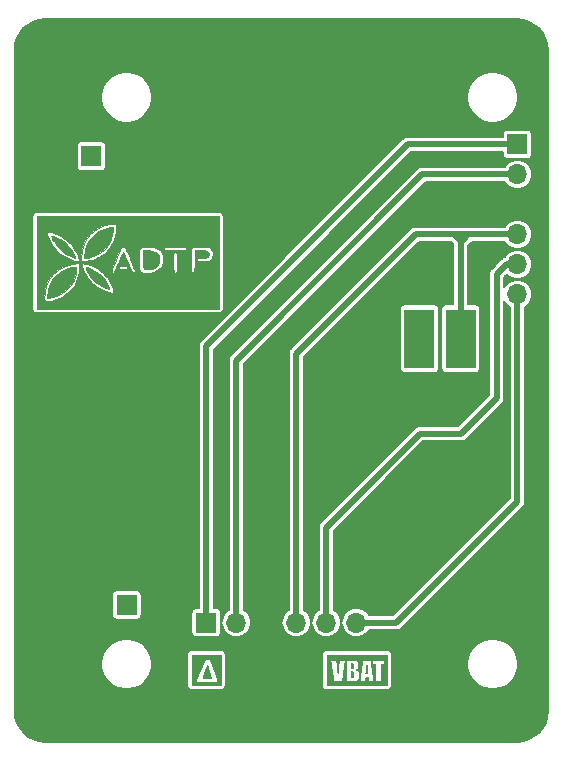
<source format=gtl>
%TF.GenerationSoftware,KiCad,Pcbnew,(5.1.4)-1*%
%TF.CreationDate,2022-06-24T00:08:52+02:00*%
%TF.ProjectId,Stop_BBM_3PIC,53746f70-5f42-4424-9d5f-335049432e6b,1.1*%
%TF.SameCoordinates,Original*%
%TF.FileFunction,Copper,L1,Top*%
%TF.FilePolarity,Positive*%
%FSLAX46Y46*%
G04 Gerber Fmt 4.6, Leading zero omitted, Abs format (unit mm)*
G04 Created by KiCad (PCBNEW (5.1.4)-1) date 2022-06-24 00:08:52*
%MOMM*%
%LPD*%
G04 APERTURE LIST*
%TA.AperFunction,EtchedComponent*%
%ADD10C,0.010000*%
%TD*%
%TA.AperFunction,ComponentPad*%
%ADD11O,1.700000X1.700000*%
%TD*%
%TA.AperFunction,ComponentPad*%
%ADD12R,1.700000X1.700000*%
%TD*%
%TA.AperFunction,SMDPad,CuDef*%
%ADD13R,2.500000X5.000000*%
%TD*%
%TA.AperFunction,Conductor*%
%ADD14C,0.500000*%
%TD*%
%TA.AperFunction,Conductor*%
%ADD15C,0.200000*%
%TD*%
G04 APERTURE END LIST*
D10*
%TO.C,G\002A\002A\002A*%
G36*
X95741658Y-163088311D02*
G01*
X95755557Y-163126980D01*
X95762872Y-163153395D01*
X95786067Y-163242772D01*
X95805210Y-163314980D01*
X95821215Y-163373427D01*
X95834736Y-163420625D01*
X95841596Y-163444669D01*
X95853128Y-163485917D01*
X95868440Y-163541149D01*
X95886643Y-163607145D01*
X95906847Y-163680686D01*
X95928162Y-163758553D01*
X95929809Y-163764583D01*
X95951172Y-163842559D01*
X95971509Y-163916370D01*
X95989932Y-163982815D01*
X96005548Y-164038692D01*
X96017467Y-164080800D01*
X96024796Y-164105937D01*
X96025155Y-164107111D01*
X96033254Y-164131777D01*
X96039483Y-164151587D01*
X96041915Y-164167070D01*
X96038625Y-164178754D01*
X96027687Y-164187166D01*
X96007175Y-164192835D01*
X95975164Y-164196288D01*
X95929726Y-164198053D01*
X95868938Y-164198658D01*
X95790871Y-164198631D01*
X95693602Y-164198500D01*
X95691750Y-164198500D01*
X95596330Y-164198433D01*
X95519973Y-164198159D01*
X95460575Y-164197568D01*
X95416033Y-164196552D01*
X95384243Y-164195001D01*
X95363101Y-164192805D01*
X95350504Y-164189855D01*
X95344348Y-164186041D01*
X95342529Y-164181255D01*
X95342500Y-164180332D01*
X95346309Y-164158751D01*
X95356445Y-164123810D01*
X95370974Y-164081638D01*
X95385189Y-164045041D01*
X95391318Y-164028319D01*
X95402837Y-163995279D01*
X95418455Y-163949687D01*
X95436879Y-163895309D01*
X95452357Y-163849250D01*
X95472424Y-163789664D01*
X95497682Y-163715210D01*
X95526379Y-163631014D01*
X95556766Y-163542204D01*
X95587093Y-163453908D01*
X95607688Y-163394166D01*
X95633163Y-163320123D01*
X95656520Y-163251699D01*
X95676809Y-163191715D01*
X95693084Y-163142990D01*
X95704395Y-163108347D01*
X95709796Y-163090605D01*
X95709968Y-163089895D01*
X95718371Y-163069177D01*
X95729098Y-163068846D01*
X95741658Y-163088311D01*
X95741658Y-163088311D01*
G37*
X95741658Y-163088311D02*
X95755557Y-163126980D01*
X95762872Y-163153395D01*
X95786067Y-163242772D01*
X95805210Y-163314980D01*
X95821215Y-163373427D01*
X95834736Y-163420625D01*
X95841596Y-163444669D01*
X95853128Y-163485917D01*
X95868440Y-163541149D01*
X95886643Y-163607145D01*
X95906847Y-163680686D01*
X95928162Y-163758553D01*
X95929809Y-163764583D01*
X95951172Y-163842559D01*
X95971509Y-163916370D01*
X95989932Y-163982815D01*
X96005548Y-164038692D01*
X96017467Y-164080800D01*
X96024796Y-164105937D01*
X96025155Y-164107111D01*
X96033254Y-164131777D01*
X96039483Y-164151587D01*
X96041915Y-164167070D01*
X96038625Y-164178754D01*
X96027687Y-164187166D01*
X96007175Y-164192835D01*
X95975164Y-164196288D01*
X95929726Y-164198053D01*
X95868938Y-164198658D01*
X95790871Y-164198631D01*
X95693602Y-164198500D01*
X95691750Y-164198500D01*
X95596330Y-164198433D01*
X95519973Y-164198159D01*
X95460575Y-164197568D01*
X95416033Y-164196552D01*
X95384243Y-164195001D01*
X95363101Y-164192805D01*
X95350504Y-164189855D01*
X95344348Y-164186041D01*
X95342529Y-164181255D01*
X95342500Y-164180332D01*
X95346309Y-164158751D01*
X95356445Y-164123810D01*
X95370974Y-164081638D01*
X95385189Y-164045041D01*
X95391318Y-164028319D01*
X95402837Y-163995279D01*
X95418455Y-163949687D01*
X95436879Y-163895309D01*
X95452357Y-163849250D01*
X95472424Y-163789664D01*
X95497682Y-163715210D01*
X95526379Y-163631014D01*
X95556766Y-163542204D01*
X95587093Y-163453908D01*
X95607688Y-163394166D01*
X95633163Y-163320123D01*
X95656520Y-163251699D01*
X95676809Y-163191715D01*
X95693084Y-163142990D01*
X95704395Y-163108347D01*
X95709796Y-163090605D01*
X95709968Y-163089895D01*
X95718371Y-163069177D01*
X95729098Y-163068846D01*
X95741658Y-163088311D01*
G36*
X96887667Y-164812333D02*
G01*
X94432334Y-164812333D01*
X94432334Y-164439813D01*
X94780882Y-164439813D01*
X94781386Y-164479339D01*
X94784342Y-164508088D01*
X94788639Y-164519527D01*
X94800055Y-164520599D01*
X94831077Y-164521621D01*
X94880148Y-164522581D01*
X94945706Y-164523468D01*
X95026193Y-164524268D01*
X95120048Y-164524969D01*
X95225713Y-164525560D01*
X95341628Y-164526029D01*
X95466233Y-164526362D01*
X95597969Y-164526547D01*
X95687850Y-164526583D01*
X95845868Y-164526572D01*
X95984067Y-164526518D01*
X96103792Y-164526392D01*
X96206391Y-164526161D01*
X96293210Y-164525797D01*
X96365597Y-164525269D01*
X96424897Y-164524545D01*
X96472458Y-164523595D01*
X96509627Y-164522389D01*
X96537749Y-164520897D01*
X96558173Y-164519087D01*
X96572244Y-164516930D01*
X96581310Y-164514394D01*
X96586718Y-164511449D01*
X96589813Y-164508065D01*
X96590961Y-164506112D01*
X96600660Y-164472017D01*
X96603051Y-164424258D01*
X96598631Y-164368846D01*
X96587895Y-164311791D01*
X96571340Y-164259105D01*
X96570374Y-164256708D01*
X96564128Y-164240238D01*
X96551591Y-164206207D01*
X96533620Y-164156977D01*
X96511071Y-164094911D01*
X96484801Y-164022369D01*
X96455667Y-163941714D01*
X96424525Y-163855309D01*
X96394750Y-163772520D01*
X96366416Y-163693729D01*
X96342882Y-163628483D01*
X96321831Y-163570394D01*
X96300943Y-163513072D01*
X96277900Y-163450130D01*
X96265132Y-163415333D01*
X96244676Y-163359428D01*
X96225388Y-163306384D01*
X96209167Y-163261448D01*
X96197913Y-163229862D01*
X96196156Y-163224833D01*
X96183725Y-163189933D01*
X96167389Y-163145270D01*
X96151664Y-163103125D01*
X96133715Y-163054829D01*
X96113181Y-162998466D01*
X96094408Y-162945968D01*
X96093846Y-162944375D01*
X96076069Y-162894408D01*
X96055348Y-162836881D01*
X96033595Y-162777026D01*
X96012721Y-162720074D01*
X95994639Y-162671259D01*
X95981259Y-162635811D01*
X95978821Y-162629520D01*
X95967441Y-162600416D01*
X95526490Y-162600416D01*
X95506546Y-162645395D01*
X95491233Y-162680309D01*
X95468843Y-162731890D01*
X95440585Y-162797327D01*
X95407669Y-162873811D01*
X95371307Y-162958531D01*
X95332707Y-163048679D01*
X95311698Y-163097833D01*
X95286818Y-163155766D01*
X95262595Y-163211616D01*
X95241252Y-163260295D01*
X95225011Y-163296714D01*
X95220241Y-163307143D01*
X95206296Y-163337949D01*
X95196890Y-163360146D01*
X95194334Y-163367683D01*
X95190294Y-163379079D01*
X95179840Y-163403736D01*
X95168886Y-163428248D01*
X95152603Y-163464730D01*
X95128811Y-163519105D01*
X95098207Y-163589752D01*
X95061489Y-163675054D01*
X95019354Y-163773391D01*
X94972500Y-163883146D01*
X94944121Y-163949791D01*
X94920598Y-164004956D01*
X94899373Y-164054504D01*
X94882095Y-164094605D01*
X94870412Y-164121427D01*
X94866701Y-164129708D01*
X94853131Y-164159795D01*
X94834819Y-164201695D01*
X94815116Y-164247663D01*
X94798555Y-164287104D01*
X94791666Y-164313154D01*
X94786263Y-164351061D01*
X94782588Y-164395167D01*
X94780882Y-164439813D01*
X94432334Y-164439813D01*
X94432334Y-162198250D01*
X96887667Y-162198250D01*
X96887667Y-164812333D01*
X96887667Y-164812333D01*
G37*
X96887667Y-164812333D02*
X94432334Y-164812333D01*
X94432334Y-164439813D01*
X94780882Y-164439813D01*
X94781386Y-164479339D01*
X94784342Y-164508088D01*
X94788639Y-164519527D01*
X94800055Y-164520599D01*
X94831077Y-164521621D01*
X94880148Y-164522581D01*
X94945706Y-164523468D01*
X95026193Y-164524268D01*
X95120048Y-164524969D01*
X95225713Y-164525560D01*
X95341628Y-164526029D01*
X95466233Y-164526362D01*
X95597969Y-164526547D01*
X95687850Y-164526583D01*
X95845868Y-164526572D01*
X95984067Y-164526518D01*
X96103792Y-164526392D01*
X96206391Y-164526161D01*
X96293210Y-164525797D01*
X96365597Y-164525269D01*
X96424897Y-164524545D01*
X96472458Y-164523595D01*
X96509627Y-164522389D01*
X96537749Y-164520897D01*
X96558173Y-164519087D01*
X96572244Y-164516930D01*
X96581310Y-164514394D01*
X96586718Y-164511449D01*
X96589813Y-164508065D01*
X96590961Y-164506112D01*
X96600660Y-164472017D01*
X96603051Y-164424258D01*
X96598631Y-164368846D01*
X96587895Y-164311791D01*
X96571340Y-164259105D01*
X96570374Y-164256708D01*
X96564128Y-164240238D01*
X96551591Y-164206207D01*
X96533620Y-164156977D01*
X96511071Y-164094911D01*
X96484801Y-164022369D01*
X96455667Y-163941714D01*
X96424525Y-163855309D01*
X96394750Y-163772520D01*
X96366416Y-163693729D01*
X96342882Y-163628483D01*
X96321831Y-163570394D01*
X96300943Y-163513072D01*
X96277900Y-163450130D01*
X96265132Y-163415333D01*
X96244676Y-163359428D01*
X96225388Y-163306384D01*
X96209167Y-163261448D01*
X96197913Y-163229862D01*
X96196156Y-163224833D01*
X96183725Y-163189933D01*
X96167389Y-163145270D01*
X96151664Y-163103125D01*
X96133715Y-163054829D01*
X96113181Y-162998466D01*
X96094408Y-162945968D01*
X96093846Y-162944375D01*
X96076069Y-162894408D01*
X96055348Y-162836881D01*
X96033595Y-162777026D01*
X96012721Y-162720074D01*
X95994639Y-162671259D01*
X95981259Y-162635811D01*
X95978821Y-162629520D01*
X95967441Y-162600416D01*
X95526490Y-162600416D01*
X95506546Y-162645395D01*
X95491233Y-162680309D01*
X95468843Y-162731890D01*
X95440585Y-162797327D01*
X95407669Y-162873811D01*
X95371307Y-162958531D01*
X95332707Y-163048679D01*
X95311698Y-163097833D01*
X95286818Y-163155766D01*
X95262595Y-163211616D01*
X95241252Y-163260295D01*
X95225011Y-163296714D01*
X95220241Y-163307143D01*
X95206296Y-163337949D01*
X95196890Y-163360146D01*
X95194334Y-163367683D01*
X95190294Y-163379079D01*
X95179840Y-163403736D01*
X95168886Y-163428248D01*
X95152603Y-163464730D01*
X95128811Y-163519105D01*
X95098207Y-163589752D01*
X95061489Y-163675054D01*
X95019354Y-163773391D01*
X94972500Y-163883146D01*
X94944121Y-163949791D01*
X94920598Y-164004956D01*
X94899373Y-164054504D01*
X94882095Y-164094605D01*
X94870412Y-164121427D01*
X94866701Y-164129708D01*
X94853131Y-164159795D01*
X94834819Y-164201695D01*
X94815116Y-164247663D01*
X94798555Y-164287104D01*
X94791666Y-164313154D01*
X94786263Y-164351061D01*
X94782588Y-164395167D01*
X94780882Y-164439813D01*
X94432334Y-164439813D01*
X94432334Y-162198250D01*
X96887667Y-162198250D01*
X96887667Y-164812333D01*
G36*
X109226902Y-163122572D02*
G01*
X109230675Y-163154331D01*
X109232547Y-163179877D01*
X109235425Y-163221314D01*
X109239503Y-163273552D01*
X109244286Y-163330541D01*
X109249279Y-163386233D01*
X109250422Y-163398400D01*
X109255610Y-163453139D01*
X109261064Y-163510785D01*
X109266204Y-163565210D01*
X109270452Y-163610287D01*
X109271227Y-163618533D01*
X109275361Y-163660050D01*
X109279678Y-163699322D01*
X109283541Y-163730722D01*
X109285372Y-163743416D01*
X109291164Y-163779400D01*
X109135562Y-163779400D01*
X109140137Y-163743416D01*
X109143133Y-163718606D01*
X109147221Y-163683134D01*
X109151692Y-163643175D01*
X109153464Y-163627000D01*
X109163502Y-163535671D01*
X109172312Y-163457620D01*
X109180308Y-163389273D01*
X109187905Y-163327052D01*
X109191725Y-163296800D01*
X109197153Y-163253703D01*
X109202382Y-163211202D01*
X109206637Y-163175640D01*
X109208290Y-163161260D01*
X109213157Y-163126489D01*
X109217986Y-163108530D01*
X109222620Y-163107265D01*
X109226902Y-163122572D01*
X109226902Y-163122572D01*
G37*
X109226902Y-163122572D02*
X109230675Y-163154331D01*
X109232547Y-163179877D01*
X109235425Y-163221314D01*
X109239503Y-163273552D01*
X109244286Y-163330541D01*
X109249279Y-163386233D01*
X109250422Y-163398400D01*
X109255610Y-163453139D01*
X109261064Y-163510785D01*
X109266204Y-163565210D01*
X109270452Y-163610287D01*
X109271227Y-163618533D01*
X109275361Y-163660050D01*
X109279678Y-163699322D01*
X109283541Y-163730722D01*
X109285372Y-163743416D01*
X109291164Y-163779400D01*
X109135562Y-163779400D01*
X109140137Y-163743416D01*
X109143133Y-163718606D01*
X109147221Y-163683134D01*
X109151692Y-163643175D01*
X109153464Y-163627000D01*
X109163502Y-163535671D01*
X109172312Y-163457620D01*
X109180308Y-163389273D01*
X109187905Y-163327052D01*
X109191725Y-163296800D01*
X109197153Y-163253703D01*
X109202382Y-163211202D01*
X109206637Y-163175640D01*
X109208290Y-163161260D01*
X109213157Y-163126489D01*
X109217986Y-163108530D01*
X109222620Y-163107265D01*
X109226902Y-163122572D01*
G36*
X107987089Y-162943631D02*
G01*
X108022716Y-162949151D01*
X108046837Y-162960187D01*
X108062839Y-162980020D01*
X108074109Y-163011931D01*
X108078829Y-163032481D01*
X108082778Y-163063223D01*
X108084616Y-163103856D01*
X108084504Y-163149591D01*
X108082601Y-163195639D01*
X108079068Y-163237210D01*
X108074064Y-163269516D01*
X108070476Y-163282322D01*
X108059291Y-163301480D01*
X108040770Y-163314446D01*
X108011396Y-163323007D01*
X107981790Y-163327420D01*
X107934333Y-163332998D01*
X107934333Y-162938848D01*
X107987089Y-162943631D01*
X107987089Y-162943631D01*
G37*
X107987089Y-162943631D02*
X108022716Y-162949151D01*
X108046837Y-162960187D01*
X108062839Y-162980020D01*
X108074109Y-163011931D01*
X108078829Y-163032481D01*
X108082778Y-163063223D01*
X108084616Y-163103856D01*
X108084504Y-163149591D01*
X108082601Y-163195639D01*
X108079068Y-163237210D01*
X108074064Y-163269516D01*
X108070476Y-163282322D01*
X108059291Y-163301480D01*
X108040770Y-163314446D01*
X108011396Y-163323007D01*
X107981790Y-163327420D01*
X107934333Y-163332998D01*
X107934333Y-162938848D01*
X107987089Y-162943631D01*
G36*
X107978783Y-163622816D02*
G01*
X108010332Y-163628025D01*
X108035178Y-163635622D01*
X108054070Y-163647491D01*
X108067758Y-163665517D01*
X108076990Y-163691584D01*
X108082517Y-163727578D01*
X108085086Y-163775382D01*
X108085447Y-163836881D01*
X108084782Y-163889466D01*
X108083555Y-163953736D01*
X108081527Y-164003299D01*
X108077572Y-164040376D01*
X108070564Y-164067192D01*
X108059376Y-164085968D01*
X108042882Y-164098928D01*
X108019958Y-164108294D01*
X107989476Y-164116289D01*
X107967340Y-164121296D01*
X107949064Y-164123129D01*
X107939823Y-164120734D01*
X107938432Y-164111185D01*
X107937170Y-164086855D01*
X107936085Y-164049894D01*
X107935222Y-164002454D01*
X107934627Y-163946686D01*
X107934348Y-163884742D01*
X107934333Y-163866094D01*
X107934333Y-163616944D01*
X107978783Y-163622816D01*
X107978783Y-163622816D01*
G37*
X107978783Y-163622816D02*
X108010332Y-163628025D01*
X108035178Y-163635622D01*
X108054070Y-163647491D01*
X108067758Y-163665517D01*
X108076990Y-163691584D01*
X108082517Y-163727578D01*
X108085086Y-163775382D01*
X108085447Y-163836881D01*
X108084782Y-163889466D01*
X108083555Y-163953736D01*
X108081527Y-164003299D01*
X108077572Y-164040376D01*
X108070564Y-164067192D01*
X108059376Y-164085968D01*
X108042882Y-164098928D01*
X108019958Y-164108294D01*
X107989476Y-164116289D01*
X107967340Y-164121296D01*
X107949064Y-164123129D01*
X107939823Y-164120734D01*
X107938432Y-164111185D01*
X107937170Y-164086855D01*
X107936085Y-164049894D01*
X107935222Y-164002454D01*
X107934627Y-163946686D01*
X107934348Y-163884742D01*
X107934333Y-163866094D01*
X107934333Y-163616944D01*
X107978783Y-163622816D01*
G36*
X110965400Y-164803866D02*
G01*
X105843067Y-164803866D01*
X105843067Y-162623699D01*
X106152100Y-162623699D01*
X106153093Y-162649099D01*
X106154987Y-162670427D01*
X106159510Y-162707078D01*
X106166469Y-162757680D01*
X106175676Y-162820858D01*
X106186939Y-162895241D01*
X106190111Y-162915800D01*
X106195283Y-162949523D01*
X106201825Y-162992644D01*
X106208624Y-163037809D01*
X106211270Y-163055499D01*
X106217848Y-163099345D01*
X106224634Y-163144212D01*
X106230516Y-163182749D01*
X106232437Y-163195199D01*
X106237613Y-163228923D01*
X106244161Y-163272043D01*
X106250967Y-163317208D01*
X106253616Y-163334900D01*
X106270113Y-163445281D01*
X106284308Y-163540179D01*
X106296163Y-163619338D01*
X106305639Y-163682501D01*
X106312699Y-163729410D01*
X106317062Y-163758233D01*
X106325615Y-163814635D01*
X106334871Y-163876077D01*
X106344334Y-163939226D01*
X106353510Y-164000755D01*
X106361901Y-164057334D01*
X106369012Y-164105633D01*
X106374347Y-164142323D01*
X106376320Y-164156166D01*
X106388574Y-164239308D01*
X106403262Y-164331273D01*
X106411498Y-164380569D01*
X106421516Y-164439800D01*
X107144752Y-164439800D01*
X107150711Y-164395350D01*
X107154469Y-164367422D01*
X107159674Y-164328891D01*
X107165490Y-164285932D01*
X107168735Y-164261999D01*
X107175306Y-164213579D01*
X107182949Y-164157241D01*
X107190463Y-164101851D01*
X107194006Y-164075733D01*
X107200401Y-164028096D01*
X107206987Y-163978255D01*
X107207220Y-163976461D01*
X107453240Y-163976461D01*
X107453300Y-164072966D01*
X107453434Y-164160306D01*
X107453640Y-164237364D01*
X107453915Y-164303021D01*
X107454258Y-164356158D01*
X107454665Y-164395657D01*
X107455136Y-164420401D01*
X107455636Y-164429216D01*
X107465011Y-164432235D01*
X107489357Y-164434799D01*
X107526718Y-164436917D01*
X107575137Y-164438595D01*
X107632660Y-164439840D01*
X107697329Y-164440659D01*
X107767189Y-164441058D01*
X107840284Y-164441045D01*
X107914657Y-164440627D01*
X107966190Y-164440055D01*
X108620133Y-164440055D01*
X108867783Y-164437811D01*
X109115433Y-164435566D01*
X109126565Y-164304333D01*
X109130719Y-164256666D01*
X109134731Y-164212943D01*
X109138245Y-164176888D01*
X109140906Y-164152223D01*
X109141765Y-164145583D01*
X109145834Y-164118066D01*
X109225883Y-164118066D01*
X109265995Y-164118741D01*
X109291263Y-164120949D01*
X109303728Y-164124963D01*
X109305933Y-164128794D01*
X109306552Y-164147949D01*
X109308234Y-164178704D01*
X109310717Y-164217553D01*
X109313742Y-164260991D01*
X109317046Y-164305513D01*
X109320369Y-164347612D01*
X109323449Y-164383784D01*
X109326025Y-164410522D01*
X109327836Y-164424322D01*
X109328001Y-164424983D01*
X109330404Y-164429325D01*
X109335919Y-164432730D01*
X109346403Y-164435311D01*
X109363711Y-164437179D01*
X109389698Y-164438448D01*
X109426219Y-164439231D01*
X109475129Y-164439640D01*
X109538283Y-164439788D01*
X109571793Y-164439800D01*
X109633739Y-164439656D01*
X109690024Y-164439251D01*
X109738466Y-164438622D01*
X109776883Y-164437807D01*
X109803092Y-164436844D01*
X109814910Y-164435770D01*
X109815326Y-164435584D01*
X109815753Y-164426776D01*
X109813640Y-164403445D01*
X109808935Y-164365199D01*
X109801585Y-164311645D01*
X109791537Y-164242390D01*
X109778737Y-164157040D01*
X109770854Y-164105366D01*
X109765424Y-164069459D01*
X109758735Y-164024524D01*
X109751935Y-163978295D01*
X109749479Y-163961433D01*
X109745016Y-163930720D01*
X109741091Y-163903833D01*
X109737237Y-163877616D01*
X109732984Y-163848913D01*
X109727863Y-163814567D01*
X109721407Y-163771423D01*
X109713147Y-163716325D01*
X109708003Y-163682033D01*
X109701363Y-163637702D01*
X109694763Y-163593518D01*
X109689143Y-163555784D01*
X109686521Y-163538100D01*
X109674975Y-163460217D01*
X109664483Y-163389864D01*
X109655425Y-163329564D01*
X109648180Y-163281847D01*
X109644610Y-163258700D01*
X109639963Y-163228288D01*
X109633844Y-163187429D01*
X109627192Y-163142437D01*
X109623146Y-163114766D01*
X109616671Y-163070418D01*
X109610180Y-163026218D01*
X109605123Y-162992000D01*
X109686933Y-162992000D01*
X109957866Y-162992000D01*
X109957866Y-163710255D01*
X109957933Y-163819072D01*
X109958126Y-163923012D01*
X109958435Y-164020831D01*
X109958852Y-164111284D01*
X109959364Y-164193129D01*
X109959964Y-164265121D01*
X109960640Y-164326016D01*
X109961384Y-164374570D01*
X109962184Y-164409540D01*
X109963031Y-164429681D01*
X109963640Y-164434284D01*
X109973289Y-164435704D01*
X109997661Y-164436839D01*
X110034546Y-164437658D01*
X110081736Y-164438127D01*
X110137020Y-164438216D01*
X110198191Y-164437892D01*
X110207057Y-164437812D01*
X110444700Y-164435566D01*
X110446667Y-163715900D01*
X110448635Y-162996233D01*
X110588648Y-162993911D01*
X110728662Y-162991589D01*
X110724100Y-162623699D01*
X110205517Y-162621518D01*
X109686933Y-162619336D01*
X109686933Y-162992000D01*
X109605123Y-162992000D01*
X109604602Y-162988479D01*
X109601970Y-162970833D01*
X109588098Y-162878133D01*
X109576651Y-162800988D01*
X109567682Y-162739773D01*
X109561249Y-162694863D01*
X109560563Y-162689966D01*
X109555852Y-162660961D01*
X109550983Y-162638416D01*
X109547635Y-162628583D01*
X109537999Y-162626254D01*
X109513642Y-162624249D01*
X109476772Y-162622568D01*
X109429600Y-162621211D01*
X109374333Y-162620179D01*
X109313181Y-162619471D01*
X109248353Y-162619087D01*
X109182058Y-162619029D01*
X109116505Y-162619295D01*
X109053902Y-162619887D01*
X108996460Y-162620803D01*
X108946387Y-162622046D01*
X108905891Y-162623614D01*
X108877183Y-162625508D01*
X108862470Y-162627728D01*
X108861065Y-162628528D01*
X108857271Y-162640966D01*
X108852558Y-162665166D01*
X108847903Y-162696064D01*
X108847600Y-162698378D01*
X108842012Y-162740722D01*
X108835702Y-162787302D01*
X108831382Y-162818433D01*
X108826824Y-162851728D01*
X108821014Y-162895520D01*
X108814783Y-162943500D01*
X108810224Y-162979300D01*
X108804334Y-163025582D01*
X108798340Y-163071922D01*
X108793030Y-163112275D01*
X108789836Y-163135933D01*
X108785485Y-163167812D01*
X108779762Y-163210162D01*
X108773517Y-163256668D01*
X108769288Y-163288333D01*
X108762935Y-163335985D01*
X108756275Y-163385840D01*
X108750271Y-163430703D01*
X108747221Y-163453433D01*
X108742069Y-163492109D01*
X108735757Y-163539983D01*
X108729283Y-163589461D01*
X108726055Y-163614300D01*
X108719904Y-163661466D01*
X108713358Y-163711154D01*
X108707420Y-163755768D01*
X108704808Y-163775166D01*
X108699752Y-163813096D01*
X108693538Y-163860622D01*
X108687105Y-163910536D01*
X108683324Y-163940266D01*
X108677371Y-163986601D01*
X108671139Y-164033834D01*
X108665508Y-164075356D01*
X108662478Y-164096899D01*
X108657128Y-164135559D01*
X108651085Y-164181534D01*
X108645597Y-164225319D01*
X108645257Y-164228133D01*
X108639998Y-164269599D01*
X108634175Y-164312232D01*
X108628952Y-164347547D01*
X108628419Y-164350900D01*
X108623968Y-164381668D01*
X108620978Y-164408156D01*
X108620197Y-164420877D01*
X108620133Y-164440055D01*
X107966190Y-164440055D01*
X107988353Y-164439809D01*
X108059415Y-164438600D01*
X108125888Y-164437006D01*
X108185815Y-164435034D01*
X108237241Y-164432690D01*
X108278208Y-164429982D01*
X108306762Y-164426917D01*
X108311100Y-164426210D01*
X108372557Y-164411801D01*
X108421120Y-164392094D01*
X108460461Y-164365295D01*
X108484340Y-164341511D01*
X108506462Y-164313169D01*
X108524344Y-164282300D01*
X108538384Y-164246863D01*
X108548979Y-164204813D01*
X108556526Y-164154109D01*
X108561423Y-164092706D01*
X108564067Y-164018562D01*
X108564856Y-163929633D01*
X108564855Y-163927566D01*
X108564733Y-163862740D01*
X108564290Y-163812203D01*
X108563328Y-163773310D01*
X108561649Y-163743416D01*
X108559054Y-163719877D01*
X108555345Y-163700049D01*
X108550324Y-163681288D01*
X108545172Y-163665100D01*
X108526660Y-163615223D01*
X108507418Y-163577802D01*
X108484766Y-163548472D01*
X108459477Y-163525566D01*
X108433702Y-163507981D01*
X108401496Y-163489900D01*
X108367973Y-163473777D01*
X108338249Y-163462071D01*
X108317436Y-163457238D01*
X108317208Y-163457230D01*
X108315159Y-163454410D01*
X108326490Y-163447748D01*
X108336500Y-163443497D01*
X108394715Y-163418628D01*
X108438768Y-163394163D01*
X108471147Y-163367424D01*
X108494341Y-163335737D01*
X108510839Y-163296425D01*
X108523128Y-163246812D01*
X108524110Y-163241766D01*
X108533262Y-163170710D01*
X108533745Y-163095348D01*
X108525546Y-163010950D01*
X108523419Y-162996233D01*
X108509568Y-162921648D01*
X108491861Y-162860679D01*
X108468902Y-162810189D01*
X108439293Y-162767039D01*
X108405673Y-162731764D01*
X108376609Y-162707128D01*
X108346052Y-162686202D01*
X108312451Y-162668721D01*
X108274254Y-162654420D01*
X108229909Y-162643036D01*
X108177864Y-162634304D01*
X108116568Y-162627958D01*
X108044470Y-162623735D01*
X107960017Y-162621369D01*
X107861657Y-162620597D01*
X107756533Y-162621075D01*
X107455967Y-162623699D01*
X107453785Y-163521166D01*
X107453527Y-163643145D01*
X107453351Y-163760432D01*
X107453256Y-163871911D01*
X107453240Y-163976461D01*
X107207220Y-163976461D01*
X107212817Y-163933399D01*
X107215714Y-163910633D01*
X107221051Y-163868767D01*
X107226824Y-163824477D01*
X107231713Y-163787866D01*
X107239710Y-163728761D01*
X107248112Y-163665991D01*
X107256351Y-163603839D01*
X107263864Y-163546587D01*
X107270084Y-163498518D01*
X107273647Y-163470366D01*
X107277944Y-163436506D01*
X107283647Y-163392462D01*
X107289897Y-163344830D01*
X107294026Y-163313733D01*
X107300093Y-163268151D01*
X107307498Y-163212267D01*
X107315385Y-163152570D01*
X107322894Y-163095547D01*
X107324263Y-163085133D01*
X107331007Y-163034100D01*
X107337753Y-162983623D01*
X107343850Y-162938537D01*
X107348645Y-162903680D01*
X107349918Y-162894633D01*
X107360966Y-162815771D01*
X107369469Y-162752446D01*
X107375560Y-162703473D01*
X107379372Y-162667668D01*
X107381038Y-162643846D01*
X107380690Y-162630825D01*
X107379850Y-162628068D01*
X107370147Y-162625569D01*
X107346117Y-162623485D01*
X107310362Y-162621815D01*
X107265482Y-162620561D01*
X107214080Y-162619721D01*
X107158756Y-162619298D01*
X107102113Y-162619290D01*
X107046750Y-162619698D01*
X106995270Y-162620522D01*
X106950274Y-162621762D01*
X106914364Y-162623419D01*
X106890139Y-162625493D01*
X106880203Y-162627984D01*
X106880176Y-162628025D01*
X106877648Y-162638987D01*
X106874060Y-162663787D01*
X106869786Y-162699390D01*
X106865200Y-162742762D01*
X106862192Y-162774075D01*
X106857189Y-162828020D01*
X106852047Y-162883058D01*
X106847263Y-162933899D01*
X106843332Y-162975251D01*
X106842128Y-162987766D01*
X106831319Y-163102368D01*
X106820815Y-163219161D01*
X106810912Y-163334578D01*
X106801905Y-163445050D01*
X106794092Y-163547007D01*
X106787768Y-163636883D01*
X106786059Y-163663277D01*
X106783207Y-163700748D01*
X106779948Y-163731473D01*
X106776724Y-163751821D01*
X106774466Y-163758192D01*
X106771777Y-163751547D01*
X106768260Y-163730844D01*
X106764290Y-163698913D01*
X106760246Y-163658587D01*
X106758401Y-163637248D01*
X106754451Y-163590456D01*
X106750615Y-163547334D01*
X106747261Y-163511834D01*
X106744752Y-163487906D01*
X106744151Y-163483066D01*
X106742000Y-163464647D01*
X106738664Y-163432979D01*
X106734507Y-163391676D01*
X106729898Y-163344352D01*
X106726988Y-163313733D01*
X106719710Y-163236844D01*
X106713281Y-163170122D01*
X106707158Y-163108136D01*
X106700798Y-163045454D01*
X106693656Y-162976643D01*
X106685463Y-162898866D01*
X106679995Y-162846964D01*
X106674546Y-162794854D01*
X106669651Y-162747668D01*
X106665843Y-162710534D01*
X106664934Y-162701536D01*
X106660801Y-162669173D01*
X106655864Y-162643263D01*
X106651062Y-162628535D01*
X106650174Y-162627321D01*
X106639410Y-162625018D01*
X106613153Y-162623210D01*
X106572837Y-162621932D01*
X106519897Y-162621215D01*
X106455766Y-162621094D01*
X106397077Y-162621450D01*
X106152100Y-162623699D01*
X105843067Y-162623699D01*
X105843067Y-162204600D01*
X110965400Y-162204600D01*
X110965400Y-164803866D01*
X110965400Y-164803866D01*
G37*
X110965400Y-164803866D02*
X105843067Y-164803866D01*
X105843067Y-162623699D01*
X106152100Y-162623699D01*
X106153093Y-162649099D01*
X106154987Y-162670427D01*
X106159510Y-162707078D01*
X106166469Y-162757680D01*
X106175676Y-162820858D01*
X106186939Y-162895241D01*
X106190111Y-162915800D01*
X106195283Y-162949523D01*
X106201825Y-162992644D01*
X106208624Y-163037809D01*
X106211270Y-163055499D01*
X106217848Y-163099345D01*
X106224634Y-163144212D01*
X106230516Y-163182749D01*
X106232437Y-163195199D01*
X106237613Y-163228923D01*
X106244161Y-163272043D01*
X106250967Y-163317208D01*
X106253616Y-163334900D01*
X106270113Y-163445281D01*
X106284308Y-163540179D01*
X106296163Y-163619338D01*
X106305639Y-163682501D01*
X106312699Y-163729410D01*
X106317062Y-163758233D01*
X106325615Y-163814635D01*
X106334871Y-163876077D01*
X106344334Y-163939226D01*
X106353510Y-164000755D01*
X106361901Y-164057334D01*
X106369012Y-164105633D01*
X106374347Y-164142323D01*
X106376320Y-164156166D01*
X106388574Y-164239308D01*
X106403262Y-164331273D01*
X106411498Y-164380569D01*
X106421516Y-164439800D01*
X107144752Y-164439800D01*
X107150711Y-164395350D01*
X107154469Y-164367422D01*
X107159674Y-164328891D01*
X107165490Y-164285932D01*
X107168735Y-164261999D01*
X107175306Y-164213579D01*
X107182949Y-164157241D01*
X107190463Y-164101851D01*
X107194006Y-164075733D01*
X107200401Y-164028096D01*
X107206987Y-163978255D01*
X107207220Y-163976461D01*
X107453240Y-163976461D01*
X107453300Y-164072966D01*
X107453434Y-164160306D01*
X107453640Y-164237364D01*
X107453915Y-164303021D01*
X107454258Y-164356158D01*
X107454665Y-164395657D01*
X107455136Y-164420401D01*
X107455636Y-164429216D01*
X107465011Y-164432235D01*
X107489357Y-164434799D01*
X107526718Y-164436917D01*
X107575137Y-164438595D01*
X107632660Y-164439840D01*
X107697329Y-164440659D01*
X107767189Y-164441058D01*
X107840284Y-164441045D01*
X107914657Y-164440627D01*
X107966190Y-164440055D01*
X108620133Y-164440055D01*
X108867783Y-164437811D01*
X109115433Y-164435566D01*
X109126565Y-164304333D01*
X109130719Y-164256666D01*
X109134731Y-164212943D01*
X109138245Y-164176888D01*
X109140906Y-164152223D01*
X109141765Y-164145583D01*
X109145834Y-164118066D01*
X109225883Y-164118066D01*
X109265995Y-164118741D01*
X109291263Y-164120949D01*
X109303728Y-164124963D01*
X109305933Y-164128794D01*
X109306552Y-164147949D01*
X109308234Y-164178704D01*
X109310717Y-164217553D01*
X109313742Y-164260991D01*
X109317046Y-164305513D01*
X109320369Y-164347612D01*
X109323449Y-164383784D01*
X109326025Y-164410522D01*
X109327836Y-164424322D01*
X109328001Y-164424983D01*
X109330404Y-164429325D01*
X109335919Y-164432730D01*
X109346403Y-164435311D01*
X109363711Y-164437179D01*
X109389698Y-164438448D01*
X109426219Y-164439231D01*
X109475129Y-164439640D01*
X109538283Y-164439788D01*
X109571793Y-164439800D01*
X109633739Y-164439656D01*
X109690024Y-164439251D01*
X109738466Y-164438622D01*
X109776883Y-164437807D01*
X109803092Y-164436844D01*
X109814910Y-164435770D01*
X109815326Y-164435584D01*
X109815753Y-164426776D01*
X109813640Y-164403445D01*
X109808935Y-164365199D01*
X109801585Y-164311645D01*
X109791537Y-164242390D01*
X109778737Y-164157040D01*
X109770854Y-164105366D01*
X109765424Y-164069459D01*
X109758735Y-164024524D01*
X109751935Y-163978295D01*
X109749479Y-163961433D01*
X109745016Y-163930720D01*
X109741091Y-163903833D01*
X109737237Y-163877616D01*
X109732984Y-163848913D01*
X109727863Y-163814567D01*
X109721407Y-163771423D01*
X109713147Y-163716325D01*
X109708003Y-163682033D01*
X109701363Y-163637702D01*
X109694763Y-163593518D01*
X109689143Y-163555784D01*
X109686521Y-163538100D01*
X109674975Y-163460217D01*
X109664483Y-163389864D01*
X109655425Y-163329564D01*
X109648180Y-163281847D01*
X109644610Y-163258700D01*
X109639963Y-163228288D01*
X109633844Y-163187429D01*
X109627192Y-163142437D01*
X109623146Y-163114766D01*
X109616671Y-163070418D01*
X109610180Y-163026218D01*
X109605123Y-162992000D01*
X109686933Y-162992000D01*
X109957866Y-162992000D01*
X109957866Y-163710255D01*
X109957933Y-163819072D01*
X109958126Y-163923012D01*
X109958435Y-164020831D01*
X109958852Y-164111284D01*
X109959364Y-164193129D01*
X109959964Y-164265121D01*
X109960640Y-164326016D01*
X109961384Y-164374570D01*
X109962184Y-164409540D01*
X109963031Y-164429681D01*
X109963640Y-164434284D01*
X109973289Y-164435704D01*
X109997661Y-164436839D01*
X110034546Y-164437658D01*
X110081736Y-164438127D01*
X110137020Y-164438216D01*
X110198191Y-164437892D01*
X110207057Y-164437812D01*
X110444700Y-164435566D01*
X110446667Y-163715900D01*
X110448635Y-162996233D01*
X110588648Y-162993911D01*
X110728662Y-162991589D01*
X110724100Y-162623699D01*
X110205517Y-162621518D01*
X109686933Y-162619336D01*
X109686933Y-162992000D01*
X109605123Y-162992000D01*
X109604602Y-162988479D01*
X109601970Y-162970833D01*
X109588098Y-162878133D01*
X109576651Y-162800988D01*
X109567682Y-162739773D01*
X109561249Y-162694863D01*
X109560563Y-162689966D01*
X109555852Y-162660961D01*
X109550983Y-162638416D01*
X109547635Y-162628583D01*
X109537999Y-162626254D01*
X109513642Y-162624249D01*
X109476772Y-162622568D01*
X109429600Y-162621211D01*
X109374333Y-162620179D01*
X109313181Y-162619471D01*
X109248353Y-162619087D01*
X109182058Y-162619029D01*
X109116505Y-162619295D01*
X109053902Y-162619887D01*
X108996460Y-162620803D01*
X108946387Y-162622046D01*
X108905891Y-162623614D01*
X108877183Y-162625508D01*
X108862470Y-162627728D01*
X108861065Y-162628528D01*
X108857271Y-162640966D01*
X108852558Y-162665166D01*
X108847903Y-162696064D01*
X108847600Y-162698378D01*
X108842012Y-162740722D01*
X108835702Y-162787302D01*
X108831382Y-162818433D01*
X108826824Y-162851728D01*
X108821014Y-162895520D01*
X108814783Y-162943500D01*
X108810224Y-162979300D01*
X108804334Y-163025582D01*
X108798340Y-163071922D01*
X108793030Y-163112275D01*
X108789836Y-163135933D01*
X108785485Y-163167812D01*
X108779762Y-163210162D01*
X108773517Y-163256668D01*
X108769288Y-163288333D01*
X108762935Y-163335985D01*
X108756275Y-163385840D01*
X108750271Y-163430703D01*
X108747221Y-163453433D01*
X108742069Y-163492109D01*
X108735757Y-163539983D01*
X108729283Y-163589461D01*
X108726055Y-163614300D01*
X108719904Y-163661466D01*
X108713358Y-163711154D01*
X108707420Y-163755768D01*
X108704808Y-163775166D01*
X108699752Y-163813096D01*
X108693538Y-163860622D01*
X108687105Y-163910536D01*
X108683324Y-163940266D01*
X108677371Y-163986601D01*
X108671139Y-164033834D01*
X108665508Y-164075356D01*
X108662478Y-164096899D01*
X108657128Y-164135559D01*
X108651085Y-164181534D01*
X108645597Y-164225319D01*
X108645257Y-164228133D01*
X108639998Y-164269599D01*
X108634175Y-164312232D01*
X108628952Y-164347547D01*
X108628419Y-164350900D01*
X108623968Y-164381668D01*
X108620978Y-164408156D01*
X108620197Y-164420877D01*
X108620133Y-164440055D01*
X107966190Y-164440055D01*
X107988353Y-164439809D01*
X108059415Y-164438600D01*
X108125888Y-164437006D01*
X108185815Y-164435034D01*
X108237241Y-164432690D01*
X108278208Y-164429982D01*
X108306762Y-164426917D01*
X108311100Y-164426210D01*
X108372557Y-164411801D01*
X108421120Y-164392094D01*
X108460461Y-164365295D01*
X108484340Y-164341511D01*
X108506462Y-164313169D01*
X108524344Y-164282300D01*
X108538384Y-164246863D01*
X108548979Y-164204813D01*
X108556526Y-164154109D01*
X108561423Y-164092706D01*
X108564067Y-164018562D01*
X108564856Y-163929633D01*
X108564855Y-163927566D01*
X108564733Y-163862740D01*
X108564290Y-163812203D01*
X108563328Y-163773310D01*
X108561649Y-163743416D01*
X108559054Y-163719877D01*
X108555345Y-163700049D01*
X108550324Y-163681288D01*
X108545172Y-163665100D01*
X108526660Y-163615223D01*
X108507418Y-163577802D01*
X108484766Y-163548472D01*
X108459477Y-163525566D01*
X108433702Y-163507981D01*
X108401496Y-163489900D01*
X108367973Y-163473777D01*
X108338249Y-163462071D01*
X108317436Y-163457238D01*
X108317208Y-163457230D01*
X108315159Y-163454410D01*
X108326490Y-163447748D01*
X108336500Y-163443497D01*
X108394715Y-163418628D01*
X108438768Y-163394163D01*
X108471147Y-163367424D01*
X108494341Y-163335737D01*
X108510839Y-163296425D01*
X108523128Y-163246812D01*
X108524110Y-163241766D01*
X108533262Y-163170710D01*
X108533745Y-163095348D01*
X108525546Y-163010950D01*
X108523419Y-162996233D01*
X108509568Y-162921648D01*
X108491861Y-162860679D01*
X108468902Y-162810189D01*
X108439293Y-162767039D01*
X108405673Y-162731764D01*
X108376609Y-162707128D01*
X108346052Y-162686202D01*
X108312451Y-162668721D01*
X108274254Y-162654420D01*
X108229909Y-162643036D01*
X108177864Y-162634304D01*
X108116568Y-162627958D01*
X108044470Y-162623735D01*
X107960017Y-162621369D01*
X107861657Y-162620597D01*
X107756533Y-162621075D01*
X107455967Y-162623699D01*
X107453785Y-163521166D01*
X107453527Y-163643145D01*
X107453351Y-163760432D01*
X107453256Y-163871911D01*
X107453240Y-163976461D01*
X107207220Y-163976461D01*
X107212817Y-163933399D01*
X107215714Y-163910633D01*
X107221051Y-163868767D01*
X107226824Y-163824477D01*
X107231713Y-163787866D01*
X107239710Y-163728761D01*
X107248112Y-163665991D01*
X107256351Y-163603839D01*
X107263864Y-163546587D01*
X107270084Y-163498518D01*
X107273647Y-163470366D01*
X107277944Y-163436506D01*
X107283647Y-163392462D01*
X107289897Y-163344830D01*
X107294026Y-163313733D01*
X107300093Y-163268151D01*
X107307498Y-163212267D01*
X107315385Y-163152570D01*
X107322894Y-163095547D01*
X107324263Y-163085133D01*
X107331007Y-163034100D01*
X107337753Y-162983623D01*
X107343850Y-162938537D01*
X107348645Y-162903680D01*
X107349918Y-162894633D01*
X107360966Y-162815771D01*
X107369469Y-162752446D01*
X107375560Y-162703473D01*
X107379372Y-162667668D01*
X107381038Y-162643846D01*
X107380690Y-162630825D01*
X107379850Y-162628068D01*
X107370147Y-162625569D01*
X107346117Y-162623485D01*
X107310362Y-162621815D01*
X107265482Y-162620561D01*
X107214080Y-162619721D01*
X107158756Y-162619298D01*
X107102113Y-162619290D01*
X107046750Y-162619698D01*
X106995270Y-162620522D01*
X106950274Y-162621762D01*
X106914364Y-162623419D01*
X106890139Y-162625493D01*
X106880203Y-162627984D01*
X106880176Y-162628025D01*
X106877648Y-162638987D01*
X106874060Y-162663787D01*
X106869786Y-162699390D01*
X106865200Y-162742762D01*
X106862192Y-162774075D01*
X106857189Y-162828020D01*
X106852047Y-162883058D01*
X106847263Y-162933899D01*
X106843332Y-162975251D01*
X106842128Y-162987766D01*
X106831319Y-163102368D01*
X106820815Y-163219161D01*
X106810912Y-163334578D01*
X106801905Y-163445050D01*
X106794092Y-163547007D01*
X106787768Y-163636883D01*
X106786059Y-163663277D01*
X106783207Y-163700748D01*
X106779948Y-163731473D01*
X106776724Y-163751821D01*
X106774466Y-163758192D01*
X106771777Y-163751547D01*
X106768260Y-163730844D01*
X106764290Y-163698913D01*
X106760246Y-163658587D01*
X106758401Y-163637248D01*
X106754451Y-163590456D01*
X106750615Y-163547334D01*
X106747261Y-163511834D01*
X106744752Y-163487906D01*
X106744151Y-163483066D01*
X106742000Y-163464647D01*
X106738664Y-163432979D01*
X106734507Y-163391676D01*
X106729898Y-163344352D01*
X106726988Y-163313733D01*
X106719710Y-163236844D01*
X106713281Y-163170122D01*
X106707158Y-163108136D01*
X106700798Y-163045454D01*
X106693656Y-162976643D01*
X106685463Y-162898866D01*
X106679995Y-162846964D01*
X106674546Y-162794854D01*
X106669651Y-162747668D01*
X106665843Y-162710534D01*
X106664934Y-162701536D01*
X106660801Y-162669173D01*
X106655864Y-162643263D01*
X106651062Y-162628535D01*
X106650174Y-162627321D01*
X106639410Y-162625018D01*
X106613153Y-162623210D01*
X106572837Y-162621932D01*
X106519897Y-162621215D01*
X106455766Y-162621094D01*
X106397077Y-162621450D01*
X106152100Y-162623699D01*
X105843067Y-162623699D01*
X105843067Y-162204600D01*
X110965400Y-162204600D01*
X110965400Y-164803866D01*
G36*
X87742213Y-125997682D02*
G01*
X87774773Y-126073640D01*
X87765474Y-126216712D01*
X87724304Y-126439025D01*
X87702230Y-126547540D01*
X87558730Y-127051065D01*
X87346775Y-127485231D01*
X87065425Y-127850966D01*
X86713744Y-128149199D01*
X86290793Y-128380857D01*
X85795633Y-128546869D01*
X85646106Y-128581257D01*
X85336538Y-128646148D01*
X85336538Y-128440118D01*
X85356994Y-128220126D01*
X85411871Y-127948991D01*
X85491433Y-127662715D01*
X85585944Y-127397297D01*
X85664964Y-127225687D01*
X85897463Y-126888617D01*
X86208685Y-126587730D01*
X86582864Y-126334396D01*
X87004236Y-126139985D01*
X87293505Y-126051211D01*
X87511566Y-125998595D01*
X87657806Y-125976710D01*
X87742213Y-125997682D01*
X87742213Y-125997682D01*
G37*
X87742213Y-125997682D02*
X87774773Y-126073640D01*
X87765474Y-126216712D01*
X87724304Y-126439025D01*
X87702230Y-126547540D01*
X87558730Y-127051065D01*
X87346775Y-127485231D01*
X87065425Y-127850966D01*
X86713744Y-128149199D01*
X86290793Y-128380857D01*
X85795633Y-128546869D01*
X85646106Y-128581257D01*
X85336538Y-128646148D01*
X85336538Y-128440118D01*
X85356994Y-128220126D01*
X85411871Y-127948991D01*
X85491433Y-127662715D01*
X85585944Y-127397297D01*
X85664964Y-127225687D01*
X85897463Y-126888617D01*
X86208685Y-126587730D01*
X86582864Y-126334396D01*
X87004236Y-126139985D01*
X87293505Y-126051211D01*
X87511566Y-125998595D01*
X87657806Y-125976710D01*
X87742213Y-125997682D01*
G36*
X82577471Y-126723734D02*
G01*
X82700874Y-126762886D01*
X82867910Y-126829570D01*
X83057226Y-126914698D01*
X83247467Y-127009185D01*
X83414216Y-127102101D01*
X83684018Y-127301450D01*
X83950261Y-127564396D01*
X84192265Y-127865004D01*
X84389350Y-128177340D01*
X84520837Y-128475469D01*
X84528327Y-128499327D01*
X84543705Y-128567884D01*
X84526528Y-128598482D01*
X84461205Y-128590826D01*
X84332145Y-128544624D01*
X84205383Y-128493245D01*
X83733647Y-128259668D01*
X83339505Y-127975310D01*
X83011769Y-127630151D01*
X82739252Y-127214173D01*
X82704674Y-127149338D01*
X82615848Y-126971470D01*
X82551163Y-126827995D01*
X82519423Y-126739220D01*
X82519056Y-126721200D01*
X82577471Y-126723734D01*
X82577471Y-126723734D01*
G37*
X82577471Y-126723734D02*
X82700874Y-126762886D01*
X82867910Y-126829570D01*
X83057226Y-126914698D01*
X83247467Y-127009185D01*
X83414216Y-127102101D01*
X83684018Y-127301450D01*
X83950261Y-127564396D01*
X84192265Y-127865004D01*
X84389350Y-128177340D01*
X84520837Y-128475469D01*
X84528327Y-128499327D01*
X84543705Y-128567884D01*
X84526528Y-128598482D01*
X84461205Y-128590826D01*
X84332145Y-128544624D01*
X84205383Y-128493245D01*
X83733647Y-128259668D01*
X83339505Y-127975310D01*
X83011769Y-127630151D01*
X82739252Y-127214173D01*
X82704674Y-127149338D01*
X82615848Y-126971470D01*
X82551163Y-126827995D01*
X82519423Y-126739220D01*
X82519056Y-126721200D01*
X82577471Y-126723734D01*
G36*
X91051244Y-127997779D02*
G01*
X91308368Y-128072020D01*
X91492694Y-128202352D01*
X91611102Y-128394171D01*
X91670473Y-128652874D01*
X91676936Y-128729268D01*
X91680870Y-128914246D01*
X91659212Y-129043619D01*
X91603543Y-129157951D01*
X91580747Y-129192743D01*
X91435415Y-129361318D01*
X91256343Y-129474640D01*
X91022306Y-129542639D01*
X90770435Y-129571816D01*
X90586324Y-129579211D01*
X90441144Y-129575957D01*
X90361360Y-129562867D01*
X90355480Y-129559039D01*
X90342986Y-129499476D01*
X90332323Y-129359754D01*
X90324282Y-129157399D01*
X90319654Y-128909941D01*
X90318846Y-128747628D01*
X90318846Y-127974231D01*
X90714445Y-127974231D01*
X91051244Y-127997779D01*
X91051244Y-127997779D01*
G37*
X91051244Y-127997779D02*
X91308368Y-128072020D01*
X91492694Y-128202352D01*
X91611102Y-128394171D01*
X91670473Y-128652874D01*
X91676936Y-128729268D01*
X91680870Y-128914246D01*
X91659212Y-129043619D01*
X91603543Y-129157951D01*
X91580747Y-129192743D01*
X91435415Y-129361318D01*
X91256343Y-129474640D01*
X91022306Y-129542639D01*
X90770435Y-129571816D01*
X90586324Y-129579211D01*
X90441144Y-129575957D01*
X90361360Y-129562867D01*
X90355480Y-129559039D01*
X90342986Y-129499476D01*
X90332323Y-129359754D01*
X90324282Y-129157399D01*
X90319654Y-128909941D01*
X90318846Y-128747628D01*
X90318846Y-127974231D01*
X90714445Y-127974231D01*
X91051244Y-127997779D01*
G36*
X85567271Y-129412767D02*
G01*
X85740003Y-129471558D01*
X85989334Y-129582318D01*
X86063129Y-129617778D01*
X86459563Y-129862031D01*
X86818531Y-130185637D01*
X87124197Y-130572684D01*
X87283306Y-130843942D01*
X87381066Y-131046058D01*
X87432610Y-131181318D01*
X87435441Y-131242745D01*
X87427184Y-131245763D01*
X87350408Y-131227505D01*
X87216134Y-131181334D01*
X87087306Y-131130937D01*
X86620961Y-130901145D01*
X86232724Y-130623795D01*
X85910237Y-130288202D01*
X85641141Y-129883682D01*
X85637891Y-129877835D01*
X85545268Y-129703537D01*
X85474763Y-129557041D01*
X85437785Y-129462587D01*
X85434876Y-129446531D01*
X85466956Y-129404804D01*
X85567271Y-129412767D01*
X85567271Y-129412767D01*
G37*
X85567271Y-129412767D02*
X85740003Y-129471558D01*
X85989334Y-129582318D01*
X86063129Y-129617778D01*
X86459563Y-129862031D01*
X86818531Y-130185637D01*
X87124197Y-130572684D01*
X87283306Y-130843942D01*
X87381066Y-131046058D01*
X87432610Y-131181318D01*
X87435441Y-131242745D01*
X87427184Y-131245763D01*
X87350408Y-131227505D01*
X87216134Y-131181334D01*
X87087306Y-131130937D01*
X86620961Y-130901145D01*
X86232724Y-130623795D01*
X85910237Y-130288202D01*
X85641141Y-129883682D01*
X85637891Y-129877835D01*
X85545268Y-129703537D01*
X85474763Y-129557041D01*
X85437785Y-129462587D01*
X85434876Y-129446531D01*
X85466956Y-129404804D01*
X85567271Y-129412767D01*
G36*
X84613887Y-129358287D02*
G01*
X84645833Y-129405317D01*
X84652692Y-129490468D01*
X84652692Y-129491030D01*
X84633790Y-129692560D01*
X84583039Y-129948255D01*
X84509373Y-130223507D01*
X84421724Y-130483709D01*
X84356191Y-130639728D01*
X84122046Y-131024278D01*
X83810942Y-131354032D01*
X83429954Y-131624023D01*
X82986154Y-131829282D01*
X82486614Y-131964840D01*
X82463825Y-131969061D01*
X82210384Y-132015125D01*
X82210384Y-131834222D01*
X82230732Y-131627301D01*
X82285665Y-131365986D01*
X82366023Y-131083233D01*
X82462642Y-130811998D01*
X82547663Y-130621124D01*
X82779603Y-130267666D01*
X83091956Y-129958682D01*
X83474822Y-129701392D01*
X83918303Y-129503020D01*
X84195704Y-129418748D01*
X84406004Y-129367721D01*
X84539671Y-129346661D01*
X84613887Y-129358287D01*
X84613887Y-129358287D01*
G37*
X84613887Y-129358287D02*
X84645833Y-129405317D01*
X84652692Y-129490468D01*
X84652692Y-129491030D01*
X84633790Y-129692560D01*
X84583039Y-129948255D01*
X84509373Y-130223507D01*
X84421724Y-130483709D01*
X84356191Y-130639728D01*
X84122046Y-131024278D01*
X83810942Y-131354032D01*
X83429954Y-131624023D01*
X82986154Y-131829282D01*
X82486614Y-131964840D01*
X82463825Y-131969061D01*
X82210384Y-132015125D01*
X82210384Y-131834222D01*
X82230732Y-131627301D01*
X82285665Y-131365986D01*
X82366023Y-131083233D01*
X82462642Y-130811998D01*
X82547663Y-130621124D01*
X82779603Y-130267666D01*
X83091956Y-129958682D01*
X83474822Y-129701392D01*
X83918303Y-129503020D01*
X84195704Y-129418748D01*
X84406004Y-129367721D01*
X84539671Y-129346661D01*
X84613887Y-129358287D01*
G36*
X96717692Y-132907692D02*
G01*
X81331154Y-132907692D01*
X81331154Y-132118599D01*
X81935427Y-132118599D01*
X81963380Y-132214856D01*
X82031358Y-132259418D01*
X82148130Y-132267295D01*
X82283654Y-132257170D01*
X82482643Y-132226619D01*
X82724833Y-132172407D01*
X82962073Y-132105502D01*
X82991542Y-132095948D01*
X83480917Y-131887319D01*
X83903235Y-131609892D01*
X84254405Y-131269242D01*
X84530342Y-130870943D01*
X84726956Y-130420571D01*
X84840161Y-129923699D01*
X84867757Y-129537308D01*
X84871663Y-129155063D01*
X85099365Y-129155063D01*
X85118262Y-129305754D01*
X85188807Y-129522629D01*
X85309103Y-129798558D01*
X85345400Y-129873248D01*
X85618545Y-130321709D01*
X85963020Y-130716235D01*
X86365267Y-131043193D01*
X86704230Y-131239548D01*
X86941028Y-131346670D01*
X87179341Y-131440319D01*
X87397950Y-131513532D01*
X87575637Y-131559344D01*
X87691182Y-131570792D01*
X87705577Y-131568175D01*
X87736444Y-131515391D01*
X87749396Y-131403400D01*
X87749131Y-131379331D01*
X87717748Y-131217333D01*
X87638804Y-131000966D01*
X87523578Y-130753841D01*
X87383356Y-130499568D01*
X87229419Y-130261758D01*
X87187666Y-130204367D01*
X86873460Y-129860511D01*
X86697605Y-129725153D01*
X87632307Y-129725153D01*
X87667746Y-129823018D01*
X87757985Y-129850556D01*
X87827692Y-129828386D01*
X87869002Y-129772859D01*
X87938947Y-129641648D01*
X88019092Y-129473401D01*
X88231198Y-129473401D01*
X88313499Y-129543525D01*
X88484554Y-129575665D01*
X88653553Y-129575999D01*
X88825820Y-129566039D01*
X88922299Y-129549255D01*
X88964863Y-129516381D01*
X88975388Y-129458153D01*
X88975577Y-129439615D01*
X88970210Y-129376490D01*
X88940197Y-129338793D01*
X88864668Y-129318496D01*
X88722755Y-129307574D01*
X88620736Y-129303134D01*
X88428303Y-129299531D01*
X88312662Y-129310131D01*
X88253528Y-129338192D01*
X88236713Y-129364814D01*
X88231198Y-129473401D01*
X88019092Y-129473401D01*
X88030273Y-129449929D01*
X88135726Y-129212880D01*
X88238918Y-128967968D01*
X88347455Y-128704725D01*
X88443320Y-128474103D01*
X88520356Y-128290767D01*
X88572403Y-128169377D01*
X88593053Y-128124840D01*
X88608869Y-128117057D01*
X88631320Y-128136624D01*
X88665590Y-128194218D01*
X88716864Y-128300519D01*
X88790325Y-128466202D01*
X88891157Y-128701946D01*
X89009304Y-128982152D01*
X89122426Y-129246618D01*
X89225807Y-129479550D01*
X89312512Y-129666004D01*
X89375602Y-129791035D01*
X89407148Y-129839188D01*
X89487832Y-129845267D01*
X89579736Y-129804321D01*
X89633262Y-129740598D01*
X89635000Y-129727787D01*
X89616524Y-129668822D01*
X89565789Y-129537045D01*
X89489829Y-129349087D01*
X89395682Y-129121577D01*
X89290383Y-128871145D01*
X89238720Y-128749922D01*
X89976923Y-128749922D01*
X89978359Y-129094354D01*
X89984221Y-129354177D01*
X89996838Y-129542454D01*
X90018541Y-129672246D01*
X90051658Y-129756614D01*
X90098520Y-129808620D01*
X90161457Y-129841327D01*
X90172307Y-129845332D01*
X90296777Y-129867230D01*
X90486234Y-129875464D01*
X90709100Y-129871171D01*
X90933799Y-129855490D01*
X91128752Y-129829558D01*
X91225846Y-129807364D01*
X91512581Y-129678564D01*
X91737499Y-129491444D01*
X91899455Y-129260968D01*
X91997303Y-129002099D01*
X92001830Y-128964274D01*
X92858846Y-128964274D01*
X92861855Y-129307457D01*
X92871152Y-129558995D01*
X92887138Y-129724759D01*
X92910215Y-129810620D01*
X92917461Y-129820615D01*
X92995650Y-129873843D01*
X93071506Y-129849364D01*
X93125227Y-129801256D01*
X93157828Y-129719956D01*
X93180924Y-129564876D01*
X93194868Y-129356842D01*
X93200009Y-129116676D01*
X93196698Y-128865202D01*
X93185286Y-128623244D01*
X93172140Y-128478066D01*
X94323600Y-128478066D01*
X94324230Y-128826611D01*
X94324986Y-129156783D01*
X94328009Y-129402554D01*
X94334435Y-129577211D01*
X94345401Y-129694039D01*
X94362042Y-129766324D01*
X94385493Y-129807351D01*
X94409711Y-129826472D01*
X94483145Y-129867721D01*
X94503914Y-129877745D01*
X94540439Y-129849266D01*
X94589395Y-129802472D01*
X94617587Y-129759847D01*
X94638138Y-129687549D01*
X94652160Y-129571803D01*
X94660763Y-129398834D01*
X94665056Y-129154865D01*
X94666154Y-128849972D01*
X94666154Y-127974231D01*
X95156835Y-127974231D01*
X95383434Y-127975978D01*
X95534964Y-127984180D01*
X95634029Y-128003274D01*
X95703232Y-128037699D01*
X95765176Y-128091894D01*
X95767412Y-128094126D01*
X95868565Y-128239456D01*
X95873826Y-128382445D01*
X95818134Y-128489991D01*
X95768200Y-128536979D01*
X95686490Y-128568911D01*
X95552414Y-128590465D01*
X95345382Y-128606314D01*
X95293038Y-128609231D01*
X95080382Y-128621703D01*
X94946887Y-128635386D01*
X94874132Y-128656199D01*
X94843701Y-128690062D01*
X94837173Y-128742895D01*
X94837115Y-128755769D01*
X94840392Y-128810976D01*
X94862030Y-128846973D01*
X94919736Y-128868623D01*
X95031218Y-128880792D01*
X95214184Y-128888343D01*
X95332084Y-128891742D01*
X95559359Y-128896536D01*
X95712460Y-128893026D01*
X95814810Y-128877231D01*
X95889831Y-128845170D01*
X95960948Y-128792862D01*
X95972960Y-128782827D01*
X96137776Y-128589238D01*
X96212132Y-128371455D01*
X96195006Y-128144597D01*
X96085371Y-127923780D01*
X96035356Y-127862167D01*
X95895566Y-127705577D01*
X95211219Y-127689737D01*
X94931004Y-127682436D01*
X94716824Y-127682721D01*
X94559842Y-127701921D01*
X94451221Y-127751361D01*
X94382124Y-127842368D01*
X94343713Y-127986270D01*
X94327151Y-128194394D01*
X94323600Y-128478066D01*
X93172140Y-128478066D01*
X93166123Y-128411627D01*
X93139561Y-128251173D01*
X93105949Y-128162707D01*
X93097504Y-128154886D01*
X92991019Y-128127235D01*
X92938754Y-128135885D01*
X92908697Y-128158368D01*
X92887138Y-128208488D01*
X92872726Y-128300265D01*
X92864108Y-128447717D01*
X92859932Y-128664866D01*
X92858846Y-128964274D01*
X92001830Y-128964274D01*
X92029896Y-128729800D01*
X91996091Y-128459035D01*
X91894740Y-128204766D01*
X91724699Y-127981957D01*
X91519897Y-127831363D01*
X92039777Y-127831363D01*
X92055804Y-127885348D01*
X92116457Y-127923966D01*
X92232452Y-127949652D01*
X92414502Y-127964840D01*
X92673321Y-127971965D01*
X92999154Y-127973483D01*
X93282780Y-127970960D01*
X93534722Y-127964427D01*
X93737776Y-127954674D01*
X93874740Y-127942488D01*
X93926056Y-127930995D01*
X93973294Y-127853695D01*
X93974269Y-127797416D01*
X93962091Y-127765426D01*
X93930888Y-127741504D01*
X93867608Y-127724209D01*
X93759200Y-127712100D01*
X93592612Y-127703735D01*
X93354793Y-127697673D01*
X93032692Y-127692474D01*
X93022586Y-127692330D01*
X92695525Y-127688483D01*
X92453088Y-127688146D01*
X92282238Y-127692228D01*
X92169943Y-127701637D01*
X92103167Y-127717283D01*
X92068875Y-127740073D01*
X92057665Y-127759579D01*
X92039777Y-127831363D01*
X91519897Y-127831363D01*
X91484822Y-127805572D01*
X91382819Y-127757014D01*
X91240184Y-127718586D01*
X91042014Y-127692483D01*
X90812625Y-127678691D01*
X90576334Y-127677192D01*
X90357455Y-127687970D01*
X90180305Y-127711008D01*
X90069199Y-127746291D01*
X90053681Y-127757912D01*
X90026066Y-127799547D01*
X90005769Y-127870184D01*
X89991749Y-127983282D01*
X89982964Y-128152299D01*
X89978372Y-128390695D01*
X89976933Y-128711930D01*
X89976923Y-128749922D01*
X89238720Y-128749922D01*
X89180970Y-128614419D01*
X89074477Y-128368030D01*
X88977941Y-128148607D01*
X88898399Y-127972779D01*
X88846536Y-127864327D01*
X88743717Y-127728222D01*
X88626248Y-127677602D01*
X88510424Y-127715421D01*
X88442276Y-127791058D01*
X88391370Y-127885235D01*
X88314757Y-128046759D01*
X88219576Y-128258585D01*
X88112964Y-128503667D01*
X88002059Y-128764962D01*
X87894000Y-129025425D01*
X87795924Y-129268012D01*
X87714969Y-129475677D01*
X87658274Y-129631376D01*
X87632976Y-129718064D01*
X87632307Y-129725153D01*
X86697605Y-129725153D01*
X86484771Y-129561332D01*
X86038805Y-129317783D01*
X85552765Y-129140816D01*
X85490701Y-129124091D01*
X85325322Y-129087950D01*
X85195405Y-129071792D01*
X85134008Y-129077685D01*
X85099365Y-129155063D01*
X84871663Y-129155063D01*
X84872500Y-129073269D01*
X84628269Y-129087591D01*
X84453404Y-129108440D01*
X84233988Y-129149018D01*
X84027501Y-129198004D01*
X83519670Y-129378441D01*
X83081770Y-129627059D01*
X82713974Y-129943651D01*
X82416451Y-130328007D01*
X82189374Y-130779920D01*
X82032914Y-131299180D01*
X81964514Y-131710961D01*
X81938729Y-131955638D01*
X81935427Y-132118599D01*
X81331154Y-132118599D01*
X81331154Y-126509377D01*
X82192615Y-126509377D01*
X82209020Y-126644377D01*
X82231117Y-126724051D01*
X82412998Y-127182503D01*
X82674492Y-127605693D01*
X83016346Y-127999999D01*
X83312221Y-128273756D01*
X83599550Y-128483009D01*
X83914011Y-128650364D01*
X84258283Y-128786876D01*
X84525955Y-128867983D01*
X84721907Y-128897747D01*
X84841993Y-128875836D01*
X84876409Y-128836466D01*
X84873005Y-128749656D01*
X84847525Y-128655751D01*
X85042285Y-128655751D01*
X85049647Y-128804647D01*
X85076025Y-128869743D01*
X85166474Y-128898631D01*
X85341088Y-128893781D01*
X85592533Y-128855686D01*
X85742088Y-128824918D01*
X85949260Y-128766788D01*
X86199564Y-128678265D01*
X86449993Y-128575046D01*
X86537742Y-128534516D01*
X86788401Y-128405092D01*
X86981266Y-128279455D01*
X87151793Y-128132276D01*
X87267007Y-128013541D01*
X87532127Y-127666372D01*
X87748941Y-127260302D01*
X87907615Y-126821942D01*
X87998312Y-126377903D01*
X88013594Y-125993522D01*
X87998654Y-125702884D01*
X87730000Y-125714344D01*
X87415969Y-125756028D01*
X87059536Y-125850421D01*
X86693284Y-125987615D01*
X86447671Y-126104253D01*
X86121062Y-126319701D01*
X85813188Y-126605339D01*
X85550009Y-126933932D01*
X85383934Y-127220154D01*
X85299002Y-127427860D01*
X85220482Y-127673820D01*
X85151962Y-127938811D01*
X85097031Y-128203611D01*
X85059276Y-128448998D01*
X85042285Y-128655751D01*
X84847525Y-128655751D01*
X84832165Y-128599143D01*
X84762625Y-128407317D01*
X84673118Y-128196566D01*
X84572378Y-127989282D01*
X84485375Y-127834071D01*
X84181103Y-127425042D01*
X83804060Y-127069200D01*
X83369471Y-126777300D01*
X82892560Y-126560099D01*
X82536121Y-126457021D01*
X82345446Y-126425084D01*
X82234518Y-126439407D01*
X82192615Y-126509377D01*
X81331154Y-126509377D01*
X81331154Y-125092308D01*
X96717692Y-125092308D01*
X96717692Y-132907692D01*
X96717692Y-132907692D01*
G37*
X96717692Y-132907692D02*
X81331154Y-132907692D01*
X81331154Y-132118599D01*
X81935427Y-132118599D01*
X81963380Y-132214856D01*
X82031358Y-132259418D01*
X82148130Y-132267295D01*
X82283654Y-132257170D01*
X82482643Y-132226619D01*
X82724833Y-132172407D01*
X82962073Y-132105502D01*
X82991542Y-132095948D01*
X83480917Y-131887319D01*
X83903235Y-131609892D01*
X84254405Y-131269242D01*
X84530342Y-130870943D01*
X84726956Y-130420571D01*
X84840161Y-129923699D01*
X84867757Y-129537308D01*
X84871663Y-129155063D01*
X85099365Y-129155063D01*
X85118262Y-129305754D01*
X85188807Y-129522629D01*
X85309103Y-129798558D01*
X85345400Y-129873248D01*
X85618545Y-130321709D01*
X85963020Y-130716235D01*
X86365267Y-131043193D01*
X86704230Y-131239548D01*
X86941028Y-131346670D01*
X87179341Y-131440319D01*
X87397950Y-131513532D01*
X87575637Y-131559344D01*
X87691182Y-131570792D01*
X87705577Y-131568175D01*
X87736444Y-131515391D01*
X87749396Y-131403400D01*
X87749131Y-131379331D01*
X87717748Y-131217333D01*
X87638804Y-131000966D01*
X87523578Y-130753841D01*
X87383356Y-130499568D01*
X87229419Y-130261758D01*
X87187666Y-130204367D01*
X86873460Y-129860511D01*
X86697605Y-129725153D01*
X87632307Y-129725153D01*
X87667746Y-129823018D01*
X87757985Y-129850556D01*
X87827692Y-129828386D01*
X87869002Y-129772859D01*
X87938947Y-129641648D01*
X88019092Y-129473401D01*
X88231198Y-129473401D01*
X88313499Y-129543525D01*
X88484554Y-129575665D01*
X88653553Y-129575999D01*
X88825820Y-129566039D01*
X88922299Y-129549255D01*
X88964863Y-129516381D01*
X88975388Y-129458153D01*
X88975577Y-129439615D01*
X88970210Y-129376490D01*
X88940197Y-129338793D01*
X88864668Y-129318496D01*
X88722755Y-129307574D01*
X88620736Y-129303134D01*
X88428303Y-129299531D01*
X88312662Y-129310131D01*
X88253528Y-129338192D01*
X88236713Y-129364814D01*
X88231198Y-129473401D01*
X88019092Y-129473401D01*
X88030273Y-129449929D01*
X88135726Y-129212880D01*
X88238918Y-128967968D01*
X88347455Y-128704725D01*
X88443320Y-128474103D01*
X88520356Y-128290767D01*
X88572403Y-128169377D01*
X88593053Y-128124840D01*
X88608869Y-128117057D01*
X88631320Y-128136624D01*
X88665590Y-128194218D01*
X88716864Y-128300519D01*
X88790325Y-128466202D01*
X88891157Y-128701946D01*
X89009304Y-128982152D01*
X89122426Y-129246618D01*
X89225807Y-129479550D01*
X89312512Y-129666004D01*
X89375602Y-129791035D01*
X89407148Y-129839188D01*
X89487832Y-129845267D01*
X89579736Y-129804321D01*
X89633262Y-129740598D01*
X89635000Y-129727787D01*
X89616524Y-129668822D01*
X89565789Y-129537045D01*
X89489829Y-129349087D01*
X89395682Y-129121577D01*
X89290383Y-128871145D01*
X89238720Y-128749922D01*
X89976923Y-128749922D01*
X89978359Y-129094354D01*
X89984221Y-129354177D01*
X89996838Y-129542454D01*
X90018541Y-129672246D01*
X90051658Y-129756614D01*
X90098520Y-129808620D01*
X90161457Y-129841327D01*
X90172307Y-129845332D01*
X90296777Y-129867230D01*
X90486234Y-129875464D01*
X90709100Y-129871171D01*
X90933799Y-129855490D01*
X91128752Y-129829558D01*
X91225846Y-129807364D01*
X91512581Y-129678564D01*
X91737499Y-129491444D01*
X91899455Y-129260968D01*
X91997303Y-129002099D01*
X92001830Y-128964274D01*
X92858846Y-128964274D01*
X92861855Y-129307457D01*
X92871152Y-129558995D01*
X92887138Y-129724759D01*
X92910215Y-129810620D01*
X92917461Y-129820615D01*
X92995650Y-129873843D01*
X93071506Y-129849364D01*
X93125227Y-129801256D01*
X93157828Y-129719956D01*
X93180924Y-129564876D01*
X93194868Y-129356842D01*
X93200009Y-129116676D01*
X93196698Y-128865202D01*
X93185286Y-128623244D01*
X93172140Y-128478066D01*
X94323600Y-128478066D01*
X94324230Y-128826611D01*
X94324986Y-129156783D01*
X94328009Y-129402554D01*
X94334435Y-129577211D01*
X94345401Y-129694039D01*
X94362042Y-129766324D01*
X94385493Y-129807351D01*
X94409711Y-129826472D01*
X94483145Y-129867721D01*
X94503914Y-129877745D01*
X94540439Y-129849266D01*
X94589395Y-129802472D01*
X94617587Y-129759847D01*
X94638138Y-129687549D01*
X94652160Y-129571803D01*
X94660763Y-129398834D01*
X94665056Y-129154865D01*
X94666154Y-128849972D01*
X94666154Y-127974231D01*
X95156835Y-127974231D01*
X95383434Y-127975978D01*
X95534964Y-127984180D01*
X95634029Y-128003274D01*
X95703232Y-128037699D01*
X95765176Y-128091894D01*
X95767412Y-128094126D01*
X95868565Y-128239456D01*
X95873826Y-128382445D01*
X95818134Y-128489991D01*
X95768200Y-128536979D01*
X95686490Y-128568911D01*
X95552414Y-128590465D01*
X95345382Y-128606314D01*
X95293038Y-128609231D01*
X95080382Y-128621703D01*
X94946887Y-128635386D01*
X94874132Y-128656199D01*
X94843701Y-128690062D01*
X94837173Y-128742895D01*
X94837115Y-128755769D01*
X94840392Y-128810976D01*
X94862030Y-128846973D01*
X94919736Y-128868623D01*
X95031218Y-128880792D01*
X95214184Y-128888343D01*
X95332084Y-128891742D01*
X95559359Y-128896536D01*
X95712460Y-128893026D01*
X95814810Y-128877231D01*
X95889831Y-128845170D01*
X95960948Y-128792862D01*
X95972960Y-128782827D01*
X96137776Y-128589238D01*
X96212132Y-128371455D01*
X96195006Y-128144597D01*
X96085371Y-127923780D01*
X96035356Y-127862167D01*
X95895566Y-127705577D01*
X95211219Y-127689737D01*
X94931004Y-127682436D01*
X94716824Y-127682721D01*
X94559842Y-127701921D01*
X94451221Y-127751361D01*
X94382124Y-127842368D01*
X94343713Y-127986270D01*
X94327151Y-128194394D01*
X94323600Y-128478066D01*
X93172140Y-128478066D01*
X93166123Y-128411627D01*
X93139561Y-128251173D01*
X93105949Y-128162707D01*
X93097504Y-128154886D01*
X92991019Y-128127235D01*
X92938754Y-128135885D01*
X92908697Y-128158368D01*
X92887138Y-128208488D01*
X92872726Y-128300265D01*
X92864108Y-128447717D01*
X92859932Y-128664866D01*
X92858846Y-128964274D01*
X92001830Y-128964274D01*
X92029896Y-128729800D01*
X91996091Y-128459035D01*
X91894740Y-128204766D01*
X91724699Y-127981957D01*
X91519897Y-127831363D01*
X92039777Y-127831363D01*
X92055804Y-127885348D01*
X92116457Y-127923966D01*
X92232452Y-127949652D01*
X92414502Y-127964840D01*
X92673321Y-127971965D01*
X92999154Y-127973483D01*
X93282780Y-127970960D01*
X93534722Y-127964427D01*
X93737776Y-127954674D01*
X93874740Y-127942488D01*
X93926056Y-127930995D01*
X93973294Y-127853695D01*
X93974269Y-127797416D01*
X93962091Y-127765426D01*
X93930888Y-127741504D01*
X93867608Y-127724209D01*
X93759200Y-127712100D01*
X93592612Y-127703735D01*
X93354793Y-127697673D01*
X93032692Y-127692474D01*
X93022586Y-127692330D01*
X92695525Y-127688483D01*
X92453088Y-127688146D01*
X92282238Y-127692228D01*
X92169943Y-127701637D01*
X92103167Y-127717283D01*
X92068875Y-127740073D01*
X92057665Y-127759579D01*
X92039777Y-127831363D01*
X91519897Y-127831363D01*
X91484822Y-127805572D01*
X91382819Y-127757014D01*
X91240184Y-127718586D01*
X91042014Y-127692483D01*
X90812625Y-127678691D01*
X90576334Y-127677192D01*
X90357455Y-127687970D01*
X90180305Y-127711008D01*
X90069199Y-127746291D01*
X90053681Y-127757912D01*
X90026066Y-127799547D01*
X90005769Y-127870184D01*
X89991749Y-127983282D01*
X89982964Y-128152299D01*
X89978372Y-128390695D01*
X89976933Y-128711930D01*
X89976923Y-128749922D01*
X89238720Y-128749922D01*
X89180970Y-128614419D01*
X89074477Y-128368030D01*
X88977941Y-128148607D01*
X88898399Y-127972779D01*
X88846536Y-127864327D01*
X88743717Y-127728222D01*
X88626248Y-127677602D01*
X88510424Y-127715421D01*
X88442276Y-127791058D01*
X88391370Y-127885235D01*
X88314757Y-128046759D01*
X88219576Y-128258585D01*
X88112964Y-128503667D01*
X88002059Y-128764962D01*
X87894000Y-129025425D01*
X87795924Y-129268012D01*
X87714969Y-129475677D01*
X87658274Y-129631376D01*
X87632976Y-129718064D01*
X87632307Y-129725153D01*
X86697605Y-129725153D01*
X86484771Y-129561332D01*
X86038805Y-129317783D01*
X85552765Y-129140816D01*
X85490701Y-129124091D01*
X85325322Y-129087950D01*
X85195405Y-129071792D01*
X85134008Y-129077685D01*
X85099365Y-129155063D01*
X84871663Y-129155063D01*
X84872500Y-129073269D01*
X84628269Y-129087591D01*
X84453404Y-129108440D01*
X84233988Y-129149018D01*
X84027501Y-129198004D01*
X83519670Y-129378441D01*
X83081770Y-129627059D01*
X82713974Y-129943651D01*
X82416451Y-130328007D01*
X82189374Y-130779920D01*
X82032914Y-131299180D01*
X81964514Y-131710961D01*
X81938729Y-131955638D01*
X81935427Y-132118599D01*
X81331154Y-132118599D01*
X81331154Y-126509377D01*
X82192615Y-126509377D01*
X82209020Y-126644377D01*
X82231117Y-126724051D01*
X82412998Y-127182503D01*
X82674492Y-127605693D01*
X83016346Y-127999999D01*
X83312221Y-128273756D01*
X83599550Y-128483009D01*
X83914011Y-128650364D01*
X84258283Y-128786876D01*
X84525955Y-128867983D01*
X84721907Y-128897747D01*
X84841993Y-128875836D01*
X84876409Y-128836466D01*
X84873005Y-128749656D01*
X84847525Y-128655751D01*
X85042285Y-128655751D01*
X85049647Y-128804647D01*
X85076025Y-128869743D01*
X85166474Y-128898631D01*
X85341088Y-128893781D01*
X85592533Y-128855686D01*
X85742088Y-128824918D01*
X85949260Y-128766788D01*
X86199564Y-128678265D01*
X86449993Y-128575046D01*
X86537742Y-128534516D01*
X86788401Y-128405092D01*
X86981266Y-128279455D01*
X87151793Y-128132276D01*
X87267007Y-128013541D01*
X87532127Y-127666372D01*
X87748941Y-127260302D01*
X87907615Y-126821942D01*
X87998312Y-126377903D01*
X88013594Y-125993522D01*
X87998654Y-125702884D01*
X87730000Y-125714344D01*
X87415969Y-125756028D01*
X87059536Y-125850421D01*
X86693284Y-125987615D01*
X86447671Y-126104253D01*
X86121062Y-126319701D01*
X85813188Y-126605339D01*
X85550009Y-126933932D01*
X85383934Y-127220154D01*
X85299002Y-127427860D01*
X85220482Y-127673820D01*
X85151962Y-127938811D01*
X85097031Y-128203611D01*
X85059276Y-128448998D01*
X85042285Y-128655751D01*
X84847525Y-128655751D01*
X84832165Y-128599143D01*
X84762625Y-128407317D01*
X84673118Y-128196566D01*
X84572378Y-127989282D01*
X84485375Y-127834071D01*
X84181103Y-127425042D01*
X83804060Y-127069200D01*
X83369471Y-126777300D01*
X82892560Y-126560099D01*
X82536121Y-126457021D01*
X82345446Y-126425084D01*
X82234518Y-126439407D01*
X82192615Y-126509377D01*
X81331154Y-126509377D01*
X81331154Y-125092308D01*
X96717692Y-125092308D01*
X96717692Y-132907692D01*
%TD*%
D11*
%TO.P,J3,6*%
%TO.N,Vbatt*%
X122000000Y-131700000D03*
%TO.P,J3,5*%
%TO.N,ISCPCLK*%
X122000000Y-129160000D03*
%TO.P,J3,4*%
%TO.N,ISCPDAT*%
X122000000Y-126620000D03*
%TO.P,J3,3*%
%TO.N,GND*%
X122000000Y-124080000D03*
%TO.P,J3,2*%
%TO.N,+3V3_5V*%
X122000000Y-121540000D03*
D12*
%TO.P,J3,1*%
%TO.N,MCLR*%
X122000000Y-119000000D03*
%TD*%
D13*
%TO.P,J1,2*%
%TO.N,ISCPDAT*%
X117200000Y-135450000D03*
%TO.P,J1,1*%
%TO.N,Net-(J1-Pad1)*%
X113700000Y-135450000D03*
%TD*%
D11*
%TO.P,J2,6*%
%TO.N,Vbatt*%
X108350000Y-159490000D03*
%TO.P,J2,5*%
%TO.N,ISCPCLK*%
X105810000Y-159490000D03*
%TO.P,J2,4*%
%TO.N,ISCPDAT*%
X103270000Y-159490000D03*
%TO.P,J2,3*%
%TO.N,GND*%
X100730000Y-159490000D03*
%TO.P,J2,2*%
%TO.N,+3V3_5V*%
X98190000Y-159490000D03*
D12*
%TO.P,J2,1*%
%TO.N,MCLR*%
X95650000Y-159490000D03*
%TD*%
%TO.P,J4,1*%
%TO.N,ISCPDAT*%
X117200000Y-135450000D03*
%TD*%
%TO.P,J5,1*%
%TO.N,Net-(J5-Pad1)*%
X85920000Y-120000000D03*
%TD*%
%TO.P,J6,1*%
%TO.N,Net-(J6-Pad1)*%
X88920000Y-158000000D03*
%TD*%
D14*
%TO.N,Vbatt*%
X108350000Y-159490000D02*
X111760000Y-159490000D01*
X122000000Y-149250000D02*
X122000000Y-131700000D01*
X111760000Y-159490000D02*
X122000000Y-149250000D01*
%TO.N,+3V3_5V*%
X122000000Y-121540000D02*
X113960000Y-121540000D01*
X98190000Y-137310000D02*
X98190000Y-159490000D01*
X113960000Y-121540000D02*
X98190000Y-137310000D01*
%TO.N,MCLR*%
X95650000Y-159490000D02*
X95650000Y-136100000D01*
X112750000Y-119000000D02*
X122000000Y-119000000D01*
X95650000Y-136100000D02*
X112750000Y-119000000D01*
%TO.N,ISCPDAT*%
X103270000Y-159490000D02*
X103270000Y-136730000D01*
X103270000Y-136730000D02*
X113380000Y-126620000D01*
X117120000Y-126620000D02*
X117620000Y-126620000D01*
X117620000Y-126620000D02*
X122000000Y-126620000D01*
X116620000Y-126620000D02*
X117120000Y-126620000D01*
X113380000Y-126620000D02*
X116620000Y-126620000D01*
X117200000Y-126700000D02*
X117120000Y-126620000D01*
X117620000Y-126880000D02*
X117200000Y-127300000D01*
X117620000Y-126620000D02*
X117620000Y-126880000D01*
X117200000Y-127300000D02*
X117200000Y-126700000D01*
X117200000Y-135450000D02*
X117200000Y-127300000D01*
X117200000Y-127200000D02*
X116620000Y-126620000D01*
X117200000Y-127300000D02*
X117200000Y-127200000D01*
%TO.N,ISCPCLK*%
X122000000Y-129160000D02*
X121090000Y-129160000D01*
X121090000Y-129160000D02*
X120250000Y-130000000D01*
X120250000Y-130000000D02*
X120250000Y-140500000D01*
X120250000Y-140500000D02*
X117250000Y-143500000D01*
X117250000Y-143500000D02*
X113750000Y-143500000D01*
X105810000Y-151440000D02*
X105810000Y-159490000D01*
X113750000Y-143500000D02*
X105810000Y-151440000D01*
%TD*%
D15*
%TO.N,GND*%
G36*
X122499759Y-108476041D02*
G01*
X122980480Y-108621179D01*
X123423856Y-108856925D01*
X123812996Y-109174300D01*
X124133081Y-109561216D01*
X124371919Y-110002939D01*
X124520410Y-110482634D01*
X124575000Y-111002025D01*
X124575001Y-166979200D01*
X124523959Y-167499759D01*
X124378821Y-167980480D01*
X124143075Y-168423856D01*
X123825697Y-168812998D01*
X123438784Y-169133081D01*
X122997061Y-169371919D01*
X122517368Y-169520410D01*
X121997975Y-169575000D01*
X82020790Y-169575000D01*
X81500241Y-169523959D01*
X81019520Y-169378821D01*
X80576144Y-169143075D01*
X80187002Y-168825697D01*
X79866919Y-168438784D01*
X79628081Y-167997061D01*
X79479590Y-167517368D01*
X79425000Y-166997975D01*
X79425000Y-162788243D01*
X86770000Y-162788243D01*
X86770000Y-163211757D01*
X86852623Y-163627132D01*
X87014695Y-164018407D01*
X87249986Y-164370545D01*
X87549455Y-164670014D01*
X87901593Y-164905305D01*
X88292868Y-165067377D01*
X88708243Y-165150000D01*
X89131757Y-165150000D01*
X89547132Y-165067377D01*
X89938407Y-164905305D01*
X90290545Y-164670014D01*
X90590014Y-164370545D01*
X90825305Y-164018407D01*
X90987377Y-163627132D01*
X91070000Y-163211757D01*
X91070000Y-162788243D01*
X90987377Y-162372868D01*
X90915048Y-162198250D01*
X94027334Y-162198250D01*
X94027334Y-164812333D01*
X94031058Y-164850311D01*
X94034508Y-164888222D01*
X94034908Y-164889581D01*
X94035047Y-164890998D01*
X94046069Y-164927504D01*
X94056825Y-164964049D01*
X94057482Y-164965306D01*
X94057893Y-164966667D01*
X94075789Y-165000325D01*
X94093444Y-165034096D01*
X94094335Y-165035204D01*
X94095001Y-165036457D01*
X94119091Y-165065994D01*
X94142973Y-165095697D01*
X94144060Y-165096609D01*
X94144958Y-165097710D01*
X94174299Y-165121983D01*
X94203522Y-165146504D01*
X94204769Y-165147189D01*
X94205861Y-165148093D01*
X94239391Y-165166223D01*
X94272788Y-165184583D01*
X94274139Y-165185012D01*
X94275390Y-165185688D01*
X94311830Y-165196968D01*
X94348130Y-165208483D01*
X94349541Y-165208641D01*
X94350897Y-165209061D01*
X94388745Y-165213039D01*
X94426679Y-165217294D01*
X94429410Y-165217313D01*
X94429507Y-165217323D01*
X94429604Y-165217314D01*
X94432334Y-165217333D01*
X96887667Y-165217333D01*
X96925645Y-165213609D01*
X96963556Y-165210159D01*
X96964915Y-165209759D01*
X96966332Y-165209620D01*
X97002887Y-165198583D01*
X97039383Y-165187842D01*
X97040640Y-165187185D01*
X97042001Y-165186774D01*
X97075659Y-165168878D01*
X97109430Y-165151223D01*
X97110538Y-165150332D01*
X97111791Y-165149666D01*
X97141328Y-165125576D01*
X97171031Y-165101694D01*
X97171943Y-165100607D01*
X97173044Y-165099709D01*
X97197317Y-165070368D01*
X97221838Y-165041145D01*
X97222523Y-165039898D01*
X97223427Y-165038806D01*
X97241557Y-165005276D01*
X97259917Y-164971879D01*
X97260346Y-164970528D01*
X97261022Y-164969277D01*
X97272302Y-164932837D01*
X97283817Y-164896537D01*
X97283975Y-164895126D01*
X97284395Y-164893770D01*
X97288373Y-164855922D01*
X97292628Y-164817988D01*
X97292647Y-164815257D01*
X97292657Y-164815160D01*
X97292648Y-164815063D01*
X97292667Y-164812333D01*
X97292667Y-162204600D01*
X105438067Y-162204600D01*
X105438067Y-164803866D01*
X105441791Y-164841844D01*
X105445241Y-164879755D01*
X105445641Y-164881114D01*
X105445780Y-164882531D01*
X105456817Y-164919086D01*
X105467558Y-164955582D01*
X105468215Y-164956839D01*
X105468626Y-164958200D01*
X105486522Y-164991858D01*
X105504177Y-165025629D01*
X105505068Y-165026737D01*
X105505734Y-165027990D01*
X105529824Y-165057527D01*
X105553706Y-165087230D01*
X105554793Y-165088142D01*
X105555691Y-165089243D01*
X105585032Y-165113516D01*
X105614255Y-165138037D01*
X105615502Y-165138722D01*
X105616594Y-165139626D01*
X105650124Y-165157756D01*
X105683521Y-165176116D01*
X105684872Y-165176545D01*
X105686123Y-165177221D01*
X105722563Y-165188501D01*
X105758863Y-165200016D01*
X105760274Y-165200174D01*
X105761630Y-165200594D01*
X105799478Y-165204572D01*
X105837412Y-165208827D01*
X105840143Y-165208846D01*
X105840240Y-165208856D01*
X105840337Y-165208847D01*
X105843067Y-165208866D01*
X110965400Y-165208866D01*
X111003378Y-165205142D01*
X111041289Y-165201692D01*
X111042648Y-165201292D01*
X111044065Y-165201153D01*
X111080620Y-165190116D01*
X111117116Y-165179375D01*
X111118373Y-165178718D01*
X111119734Y-165178307D01*
X111153392Y-165160411D01*
X111187163Y-165142756D01*
X111188271Y-165141865D01*
X111189524Y-165141199D01*
X111219061Y-165117109D01*
X111248764Y-165093227D01*
X111249676Y-165092140D01*
X111250777Y-165091242D01*
X111275050Y-165061901D01*
X111299571Y-165032678D01*
X111300256Y-165031431D01*
X111301160Y-165030339D01*
X111319290Y-164996809D01*
X111337650Y-164963412D01*
X111338079Y-164962061D01*
X111338755Y-164960810D01*
X111350052Y-164924316D01*
X111361550Y-164888070D01*
X111361708Y-164886659D01*
X111362128Y-164885303D01*
X111366106Y-164847455D01*
X111370361Y-164809521D01*
X111370380Y-164806790D01*
X111370390Y-164806693D01*
X111370381Y-164806596D01*
X111370400Y-164803866D01*
X111370400Y-162788243D01*
X117770000Y-162788243D01*
X117770000Y-163211757D01*
X117852623Y-163627132D01*
X118014695Y-164018407D01*
X118249986Y-164370545D01*
X118549455Y-164670014D01*
X118901593Y-164905305D01*
X119292868Y-165067377D01*
X119708243Y-165150000D01*
X120131757Y-165150000D01*
X120547132Y-165067377D01*
X120938407Y-164905305D01*
X121290545Y-164670014D01*
X121590014Y-164370545D01*
X121825305Y-164018407D01*
X121987377Y-163627132D01*
X122070000Y-163211757D01*
X122070000Y-162788243D01*
X121987377Y-162372868D01*
X121825305Y-161981593D01*
X121590014Y-161629455D01*
X121290545Y-161329986D01*
X120938407Y-161094695D01*
X120547132Y-160932623D01*
X120131757Y-160850000D01*
X119708243Y-160850000D01*
X119292868Y-160932623D01*
X118901593Y-161094695D01*
X118549455Y-161329986D01*
X118249986Y-161629455D01*
X118014695Y-161981593D01*
X117852623Y-162372868D01*
X117770000Y-162788243D01*
X111370400Y-162788243D01*
X111370400Y-162204600D01*
X111366676Y-162166622D01*
X111363226Y-162128711D01*
X111362826Y-162127352D01*
X111362687Y-162125935D01*
X111351650Y-162089380D01*
X111340909Y-162052884D01*
X111340252Y-162051627D01*
X111339841Y-162050266D01*
X111321945Y-162016608D01*
X111304290Y-161982837D01*
X111303399Y-161981729D01*
X111302733Y-161980476D01*
X111278643Y-161950939D01*
X111254761Y-161921236D01*
X111253674Y-161920324D01*
X111252776Y-161919223D01*
X111223435Y-161894950D01*
X111194212Y-161870429D01*
X111192965Y-161869744D01*
X111191873Y-161868840D01*
X111158343Y-161850710D01*
X111124946Y-161832350D01*
X111123595Y-161831921D01*
X111122344Y-161831245D01*
X111085904Y-161819965D01*
X111049604Y-161808450D01*
X111048193Y-161808292D01*
X111046837Y-161807872D01*
X111008989Y-161803894D01*
X110971055Y-161799639D01*
X110968324Y-161799620D01*
X110968227Y-161799610D01*
X110968130Y-161799619D01*
X110965400Y-161799600D01*
X105843067Y-161799600D01*
X105805089Y-161803324D01*
X105767178Y-161806774D01*
X105765819Y-161807174D01*
X105764402Y-161807313D01*
X105727847Y-161818350D01*
X105691351Y-161829091D01*
X105690094Y-161829748D01*
X105688733Y-161830159D01*
X105655075Y-161848055D01*
X105621304Y-161865710D01*
X105620196Y-161866601D01*
X105618943Y-161867267D01*
X105589406Y-161891357D01*
X105559703Y-161915239D01*
X105558791Y-161916326D01*
X105557690Y-161917224D01*
X105533417Y-161946565D01*
X105508896Y-161975788D01*
X105508211Y-161977035D01*
X105507307Y-161978127D01*
X105489177Y-162011657D01*
X105470817Y-162045054D01*
X105470388Y-162046405D01*
X105469712Y-162047656D01*
X105458432Y-162084096D01*
X105446917Y-162120396D01*
X105446759Y-162121807D01*
X105446339Y-162123163D01*
X105442361Y-162161011D01*
X105438106Y-162198945D01*
X105438087Y-162201676D01*
X105438077Y-162201773D01*
X105438086Y-162201870D01*
X105438067Y-162204600D01*
X97292667Y-162204600D01*
X97292667Y-162198250D01*
X97288943Y-162160272D01*
X97285493Y-162122361D01*
X97285093Y-162121002D01*
X97284954Y-162119585D01*
X97273917Y-162083030D01*
X97263176Y-162046534D01*
X97262519Y-162045277D01*
X97262108Y-162043916D01*
X97244212Y-162010258D01*
X97226557Y-161976487D01*
X97225666Y-161975379D01*
X97225000Y-161974126D01*
X97200910Y-161944589D01*
X97177028Y-161914886D01*
X97175941Y-161913974D01*
X97175043Y-161912873D01*
X97145702Y-161888600D01*
X97116479Y-161864079D01*
X97115232Y-161863394D01*
X97114140Y-161862490D01*
X97080610Y-161844360D01*
X97047213Y-161826000D01*
X97045862Y-161825571D01*
X97044611Y-161824895D01*
X97008171Y-161813615D01*
X96971871Y-161802100D01*
X96970460Y-161801942D01*
X96969104Y-161801522D01*
X96931256Y-161797544D01*
X96893322Y-161793289D01*
X96890591Y-161793270D01*
X96890494Y-161793260D01*
X96890397Y-161793269D01*
X96887667Y-161793250D01*
X94432334Y-161793250D01*
X94394356Y-161796974D01*
X94356445Y-161800424D01*
X94355086Y-161800824D01*
X94353669Y-161800963D01*
X94317114Y-161812000D01*
X94280618Y-161822741D01*
X94279361Y-161823398D01*
X94278000Y-161823809D01*
X94244342Y-161841705D01*
X94210571Y-161859360D01*
X94209463Y-161860251D01*
X94208210Y-161860917D01*
X94178673Y-161885007D01*
X94148970Y-161908889D01*
X94148058Y-161909976D01*
X94146957Y-161910874D01*
X94122684Y-161940215D01*
X94098163Y-161969438D01*
X94097478Y-161970685D01*
X94096574Y-161971777D01*
X94078444Y-162005307D01*
X94060084Y-162038704D01*
X94059655Y-162040055D01*
X94058979Y-162041306D01*
X94047699Y-162077746D01*
X94036184Y-162114046D01*
X94036026Y-162115457D01*
X94035606Y-162116813D01*
X94031628Y-162154661D01*
X94027373Y-162192595D01*
X94027354Y-162195326D01*
X94027344Y-162195423D01*
X94027353Y-162195520D01*
X94027334Y-162198250D01*
X90915048Y-162198250D01*
X90825305Y-161981593D01*
X90590014Y-161629455D01*
X90290545Y-161329986D01*
X89938407Y-161094695D01*
X89547132Y-160932623D01*
X89131757Y-160850000D01*
X88708243Y-160850000D01*
X88292868Y-160932623D01*
X87901593Y-161094695D01*
X87549455Y-161329986D01*
X87249986Y-161629455D01*
X87014695Y-161981593D01*
X86852623Y-162372868D01*
X86770000Y-162788243D01*
X79425000Y-162788243D01*
X79425000Y-157150000D01*
X87668065Y-157150000D01*
X87668065Y-158850000D01*
X87675788Y-158928414D01*
X87698660Y-159003814D01*
X87735803Y-159073303D01*
X87785789Y-159134211D01*
X87846697Y-159184197D01*
X87916186Y-159221340D01*
X87991586Y-159244212D01*
X88070000Y-159251935D01*
X89770000Y-159251935D01*
X89848414Y-159244212D01*
X89923814Y-159221340D01*
X89993303Y-159184197D01*
X90054211Y-159134211D01*
X90104197Y-159073303D01*
X90141340Y-159003814D01*
X90164212Y-158928414D01*
X90171935Y-158850000D01*
X90171935Y-158640000D01*
X94398065Y-158640000D01*
X94398065Y-160340000D01*
X94405788Y-160418414D01*
X94428660Y-160493814D01*
X94465803Y-160563303D01*
X94515789Y-160624211D01*
X94576697Y-160674197D01*
X94646186Y-160711340D01*
X94721586Y-160734212D01*
X94800000Y-160741935D01*
X96500000Y-160741935D01*
X96578414Y-160734212D01*
X96653814Y-160711340D01*
X96723303Y-160674197D01*
X96784211Y-160624211D01*
X96834197Y-160563303D01*
X96871340Y-160493814D01*
X96894212Y-160418414D01*
X96901935Y-160340000D01*
X96901935Y-159490000D01*
X96933952Y-159490000D01*
X96958087Y-159735043D01*
X97029563Y-159970669D01*
X97145634Y-160187823D01*
X97301840Y-160378160D01*
X97492177Y-160534366D01*
X97709331Y-160650437D01*
X97944957Y-160721913D01*
X98128595Y-160740000D01*
X98251405Y-160740000D01*
X98435043Y-160721913D01*
X98670669Y-160650437D01*
X98887823Y-160534366D01*
X99078160Y-160378160D01*
X99234366Y-160187823D01*
X99350437Y-159970669D01*
X99421913Y-159735043D01*
X99446048Y-159490000D01*
X102013952Y-159490000D01*
X102038087Y-159735043D01*
X102109563Y-159970669D01*
X102225634Y-160187823D01*
X102381840Y-160378160D01*
X102572177Y-160534366D01*
X102789331Y-160650437D01*
X103024957Y-160721913D01*
X103208595Y-160740000D01*
X103331405Y-160740000D01*
X103515043Y-160721913D01*
X103750669Y-160650437D01*
X103967823Y-160534366D01*
X104158160Y-160378160D01*
X104314366Y-160187823D01*
X104430437Y-159970669D01*
X104501913Y-159735043D01*
X104526048Y-159490000D01*
X104553952Y-159490000D01*
X104578087Y-159735043D01*
X104649563Y-159970669D01*
X104765634Y-160187823D01*
X104921840Y-160378160D01*
X105112177Y-160534366D01*
X105329331Y-160650437D01*
X105564957Y-160721913D01*
X105748595Y-160740000D01*
X105871405Y-160740000D01*
X106055043Y-160721913D01*
X106290669Y-160650437D01*
X106507823Y-160534366D01*
X106698160Y-160378160D01*
X106854366Y-160187823D01*
X106970437Y-159970669D01*
X107041913Y-159735043D01*
X107066048Y-159490000D01*
X107041913Y-159244957D01*
X106970437Y-159009331D01*
X106854366Y-158792177D01*
X106698160Y-158601840D01*
X106507823Y-158445634D01*
X106460000Y-158420072D01*
X106460000Y-151709238D01*
X114019238Y-144150000D01*
X117218079Y-144150000D01*
X117250000Y-144153144D01*
X117281921Y-144150000D01*
X117281932Y-144150000D01*
X117377422Y-144140595D01*
X117499948Y-144103427D01*
X117612868Y-144043070D01*
X117711843Y-143961843D01*
X117732200Y-143937038D01*
X120687038Y-140982200D01*
X120711843Y-140961843D01*
X120793070Y-140862868D01*
X120853427Y-140749948D01*
X120890595Y-140627422D01*
X120900000Y-140531932D01*
X120900000Y-140531924D01*
X120903144Y-140500000D01*
X120900000Y-140468076D01*
X120900000Y-132293739D01*
X120955634Y-132397823D01*
X121111840Y-132588160D01*
X121302177Y-132744366D01*
X121350001Y-132769928D01*
X121350000Y-148980762D01*
X111490762Y-158840000D01*
X109419928Y-158840000D01*
X109394366Y-158792177D01*
X109238160Y-158601840D01*
X109047823Y-158445634D01*
X108830669Y-158329563D01*
X108595043Y-158258087D01*
X108411405Y-158240000D01*
X108288595Y-158240000D01*
X108104957Y-158258087D01*
X107869331Y-158329563D01*
X107652177Y-158445634D01*
X107461840Y-158601840D01*
X107305634Y-158792177D01*
X107189563Y-159009331D01*
X107118087Y-159244957D01*
X107093952Y-159490000D01*
X107118087Y-159735043D01*
X107189563Y-159970669D01*
X107305634Y-160187823D01*
X107461840Y-160378160D01*
X107652177Y-160534366D01*
X107869331Y-160650437D01*
X108104957Y-160721913D01*
X108288595Y-160740000D01*
X108411405Y-160740000D01*
X108595043Y-160721913D01*
X108830669Y-160650437D01*
X109047823Y-160534366D01*
X109238160Y-160378160D01*
X109394366Y-160187823D01*
X109419928Y-160140000D01*
X111728079Y-160140000D01*
X111760000Y-160143144D01*
X111791921Y-160140000D01*
X111791932Y-160140000D01*
X111887422Y-160130595D01*
X112009948Y-160093427D01*
X112122868Y-160033070D01*
X112221843Y-159951843D01*
X112242200Y-159927038D01*
X122437039Y-149732199D01*
X122461843Y-149711843D01*
X122501303Y-149663760D01*
X122543070Y-149612869D01*
X122603427Y-149499948D01*
X122603427Y-149499947D01*
X122640595Y-149377422D01*
X122650000Y-149281932D01*
X122650000Y-149281921D01*
X122653144Y-149250000D01*
X122650000Y-149218079D01*
X122650000Y-132769928D01*
X122697823Y-132744366D01*
X122888160Y-132588160D01*
X123044366Y-132397823D01*
X123160437Y-132180669D01*
X123231913Y-131945043D01*
X123256048Y-131700000D01*
X123231913Y-131454957D01*
X123160437Y-131219331D01*
X123044366Y-131002177D01*
X122888160Y-130811840D01*
X122697823Y-130655634D01*
X122480669Y-130539563D01*
X122245043Y-130468087D01*
X122061405Y-130450000D01*
X121938595Y-130450000D01*
X121754957Y-130468087D01*
X121519331Y-130539563D01*
X121302177Y-130655634D01*
X121111840Y-130811840D01*
X120955634Y-131002177D01*
X120900000Y-131106261D01*
X120900000Y-130269238D01*
X121116914Y-130052324D01*
X121302177Y-130204366D01*
X121519331Y-130320437D01*
X121754957Y-130391913D01*
X121938595Y-130410000D01*
X122061405Y-130410000D01*
X122245043Y-130391913D01*
X122480669Y-130320437D01*
X122697823Y-130204366D01*
X122888160Y-130048160D01*
X123044366Y-129857823D01*
X123160437Y-129640669D01*
X123231913Y-129405043D01*
X123256048Y-129160000D01*
X123231913Y-128914957D01*
X123160437Y-128679331D01*
X123044366Y-128462177D01*
X122888160Y-128271840D01*
X122697823Y-128115634D01*
X122480669Y-127999563D01*
X122245043Y-127928087D01*
X122061405Y-127910000D01*
X121938595Y-127910000D01*
X121754957Y-127928087D01*
X121519331Y-127999563D01*
X121302177Y-128115634D01*
X121111840Y-128271840D01*
X120955634Y-128462177D01*
X120917782Y-128532994D01*
X120840052Y-128556573D01*
X120727132Y-128616930D01*
X120719369Y-128623301D01*
X120652959Y-128677802D01*
X120652957Y-128677804D01*
X120628157Y-128698157D01*
X120607804Y-128722957D01*
X119812962Y-129517800D01*
X119788157Y-129538157D01*
X119760545Y-129571803D01*
X119706930Y-129637132D01*
X119651437Y-129740953D01*
X119646573Y-129750053D01*
X119609405Y-129872579D01*
X119600000Y-129968069D01*
X119600000Y-129968079D01*
X119596856Y-130000000D01*
X119600000Y-130031922D01*
X119600001Y-140230761D01*
X116980762Y-142850000D01*
X113781924Y-142850000D01*
X113750000Y-142846856D01*
X113718076Y-142850000D01*
X113718068Y-142850000D01*
X113622578Y-142859405D01*
X113500052Y-142896573D01*
X113387132Y-142956930D01*
X113288157Y-143038157D01*
X113267802Y-143062960D01*
X105372962Y-150957800D01*
X105348157Y-150978157D01*
X105327802Y-151002960D01*
X105266930Y-151077132D01*
X105206574Y-151190052D01*
X105206573Y-151190053D01*
X105169405Y-151312579D01*
X105160000Y-151408069D01*
X105160000Y-151408079D01*
X105156856Y-151440000D01*
X105160000Y-151471922D01*
X105160001Y-158420072D01*
X105112177Y-158445634D01*
X104921840Y-158601840D01*
X104765634Y-158792177D01*
X104649563Y-159009331D01*
X104578087Y-159244957D01*
X104553952Y-159490000D01*
X104526048Y-159490000D01*
X104501913Y-159244957D01*
X104430437Y-159009331D01*
X104314366Y-158792177D01*
X104158160Y-158601840D01*
X103967823Y-158445634D01*
X103920000Y-158420072D01*
X103920000Y-136999238D01*
X107969238Y-132950000D01*
X112048065Y-132950000D01*
X112048065Y-137950000D01*
X112055788Y-138028414D01*
X112078660Y-138103814D01*
X112115803Y-138173303D01*
X112165789Y-138234211D01*
X112226697Y-138284197D01*
X112296186Y-138321340D01*
X112371586Y-138344212D01*
X112450000Y-138351935D01*
X114950000Y-138351935D01*
X115028414Y-138344212D01*
X115103814Y-138321340D01*
X115173303Y-138284197D01*
X115234211Y-138234211D01*
X115284197Y-138173303D01*
X115321340Y-138103814D01*
X115344212Y-138028414D01*
X115351935Y-137950000D01*
X115351935Y-132950000D01*
X115344212Y-132871586D01*
X115321340Y-132796186D01*
X115284197Y-132726697D01*
X115234211Y-132665789D01*
X115173303Y-132615803D01*
X115103814Y-132578660D01*
X115028414Y-132555788D01*
X114950000Y-132548065D01*
X112450000Y-132548065D01*
X112371586Y-132555788D01*
X112296186Y-132578660D01*
X112226697Y-132615803D01*
X112165789Y-132665789D01*
X112115803Y-132726697D01*
X112078660Y-132796186D01*
X112055788Y-132871586D01*
X112048065Y-132950000D01*
X107969238Y-132950000D01*
X113649239Y-127270000D01*
X116350762Y-127270000D01*
X116550001Y-127469239D01*
X116550000Y-132548065D01*
X115950000Y-132548065D01*
X115871586Y-132555788D01*
X115796186Y-132578660D01*
X115726697Y-132615803D01*
X115665789Y-132665789D01*
X115615803Y-132726697D01*
X115578660Y-132796186D01*
X115555788Y-132871586D01*
X115548065Y-132950000D01*
X115548065Y-137950000D01*
X115555788Y-138028414D01*
X115578660Y-138103814D01*
X115615803Y-138173303D01*
X115665789Y-138234211D01*
X115726697Y-138284197D01*
X115796186Y-138321340D01*
X115871586Y-138344212D01*
X115950000Y-138351935D01*
X118450000Y-138351935D01*
X118528414Y-138344212D01*
X118603814Y-138321340D01*
X118673303Y-138284197D01*
X118734211Y-138234211D01*
X118784197Y-138173303D01*
X118821340Y-138103814D01*
X118844212Y-138028414D01*
X118851935Y-137950000D01*
X118851935Y-132950000D01*
X118844212Y-132871586D01*
X118821340Y-132796186D01*
X118784197Y-132726697D01*
X118734211Y-132665789D01*
X118673303Y-132615803D01*
X118603814Y-132578660D01*
X118528414Y-132555788D01*
X118450000Y-132548065D01*
X117850000Y-132548065D01*
X117850000Y-127569238D01*
X118057033Y-127362204D01*
X118081843Y-127341843D01*
X118140803Y-127270000D01*
X120930072Y-127270000D01*
X120955634Y-127317823D01*
X121111840Y-127508160D01*
X121302177Y-127664366D01*
X121519331Y-127780437D01*
X121754957Y-127851913D01*
X121938595Y-127870000D01*
X122061405Y-127870000D01*
X122245043Y-127851913D01*
X122480669Y-127780437D01*
X122697823Y-127664366D01*
X122888160Y-127508160D01*
X123044366Y-127317823D01*
X123160437Y-127100669D01*
X123231913Y-126865043D01*
X123256048Y-126620000D01*
X123231913Y-126374957D01*
X123160437Y-126139331D01*
X123044366Y-125922177D01*
X122888160Y-125731840D01*
X122697823Y-125575634D01*
X122480669Y-125459563D01*
X122245043Y-125388087D01*
X122061405Y-125370000D01*
X121938595Y-125370000D01*
X121754957Y-125388087D01*
X121519331Y-125459563D01*
X121302177Y-125575634D01*
X121111840Y-125731840D01*
X120955634Y-125922177D01*
X120930072Y-125970000D01*
X117651931Y-125970000D01*
X117620000Y-125966855D01*
X117588068Y-125970000D01*
X117151921Y-125970000D01*
X117120000Y-125966856D01*
X117088079Y-125970000D01*
X116651921Y-125970000D01*
X116620000Y-125966856D01*
X116588079Y-125970000D01*
X113411920Y-125970000D01*
X113379999Y-125966856D01*
X113348078Y-125970000D01*
X113348068Y-125970000D01*
X113252578Y-125979405D01*
X113130052Y-126016573D01*
X113017132Y-126076930D01*
X113017130Y-126076931D01*
X113017131Y-126076931D01*
X112942959Y-126137802D01*
X112942957Y-126137804D01*
X112918157Y-126158157D01*
X112897804Y-126182957D01*
X102832957Y-136247805D01*
X102808158Y-136268157D01*
X102787805Y-136292957D01*
X102787802Y-136292960D01*
X102726930Y-136367132D01*
X102666573Y-136480053D01*
X102629406Y-136602578D01*
X102622634Y-136671340D01*
X102616856Y-136730000D01*
X102620001Y-136761932D01*
X102620000Y-158420072D01*
X102572177Y-158445634D01*
X102381840Y-158601840D01*
X102225634Y-158792177D01*
X102109563Y-159009331D01*
X102038087Y-159244957D01*
X102013952Y-159490000D01*
X99446048Y-159490000D01*
X99421913Y-159244957D01*
X99350437Y-159009331D01*
X99234366Y-158792177D01*
X99078160Y-158601840D01*
X98887823Y-158445634D01*
X98840000Y-158420072D01*
X98840000Y-137579238D01*
X114229238Y-122190000D01*
X120930072Y-122190000D01*
X120955634Y-122237823D01*
X121111840Y-122428160D01*
X121302177Y-122584366D01*
X121519331Y-122700437D01*
X121754957Y-122771913D01*
X121938595Y-122790000D01*
X122061405Y-122790000D01*
X122245043Y-122771913D01*
X122480669Y-122700437D01*
X122697823Y-122584366D01*
X122888160Y-122428160D01*
X123044366Y-122237823D01*
X123160437Y-122020669D01*
X123231913Y-121785043D01*
X123256048Y-121540000D01*
X123231913Y-121294957D01*
X123160437Y-121059331D01*
X123044366Y-120842177D01*
X122888160Y-120651840D01*
X122697823Y-120495634D01*
X122480669Y-120379563D01*
X122245043Y-120308087D01*
X122061405Y-120290000D01*
X121938595Y-120290000D01*
X121754957Y-120308087D01*
X121519331Y-120379563D01*
X121302177Y-120495634D01*
X121111840Y-120651840D01*
X120955634Y-120842177D01*
X120930072Y-120890000D01*
X113991921Y-120890000D01*
X113960000Y-120886856D01*
X113928079Y-120890000D01*
X113928068Y-120890000D01*
X113832578Y-120899405D01*
X113736949Y-120928414D01*
X113710052Y-120936573D01*
X113597131Y-120996930D01*
X113546240Y-121038697D01*
X113498157Y-121078157D01*
X113477800Y-121102962D01*
X97752962Y-136827800D01*
X97728157Y-136848157D01*
X97707802Y-136872960D01*
X97646930Y-136947132D01*
X97586574Y-137060052D01*
X97586573Y-137060053D01*
X97549405Y-137182579D01*
X97540000Y-137278069D01*
X97540000Y-137278079D01*
X97536856Y-137310000D01*
X97540000Y-137341922D01*
X97540001Y-158420072D01*
X97492177Y-158445634D01*
X97301840Y-158601840D01*
X97145634Y-158792177D01*
X97029563Y-159009331D01*
X96958087Y-159244957D01*
X96933952Y-159490000D01*
X96901935Y-159490000D01*
X96901935Y-158640000D01*
X96894212Y-158561586D01*
X96871340Y-158486186D01*
X96834197Y-158416697D01*
X96784211Y-158355789D01*
X96723303Y-158305803D01*
X96653814Y-158268660D01*
X96578414Y-158245788D01*
X96500000Y-158238065D01*
X96300000Y-158238065D01*
X96300000Y-136369238D01*
X113019239Y-119650000D01*
X120748065Y-119650000D01*
X120748065Y-119850000D01*
X120755788Y-119928414D01*
X120778660Y-120003814D01*
X120815803Y-120073303D01*
X120865789Y-120134211D01*
X120926697Y-120184197D01*
X120996186Y-120221340D01*
X121071586Y-120244212D01*
X121150000Y-120251935D01*
X122850000Y-120251935D01*
X122928414Y-120244212D01*
X123003814Y-120221340D01*
X123073303Y-120184197D01*
X123134211Y-120134211D01*
X123184197Y-120073303D01*
X123221340Y-120003814D01*
X123244212Y-119928414D01*
X123251935Y-119850000D01*
X123251935Y-118150000D01*
X123244212Y-118071586D01*
X123221340Y-117996186D01*
X123184197Y-117926697D01*
X123134211Y-117865789D01*
X123073303Y-117815803D01*
X123003814Y-117778660D01*
X122928414Y-117755788D01*
X122850000Y-117748065D01*
X121150000Y-117748065D01*
X121071586Y-117755788D01*
X120996186Y-117778660D01*
X120926697Y-117815803D01*
X120865789Y-117865789D01*
X120815803Y-117926697D01*
X120778660Y-117996186D01*
X120755788Y-118071586D01*
X120748065Y-118150000D01*
X120748065Y-118350000D01*
X112781921Y-118350000D01*
X112750000Y-118346856D01*
X112718079Y-118350000D01*
X112718068Y-118350000D01*
X112622578Y-118359405D01*
X112500052Y-118396573D01*
X112387131Y-118456930D01*
X112312959Y-118517802D01*
X112312957Y-118517804D01*
X112288157Y-118538157D01*
X112267804Y-118562957D01*
X95212958Y-135617804D01*
X95188158Y-135638157D01*
X95167805Y-135662957D01*
X95167802Y-135662960D01*
X95106930Y-135737132D01*
X95046573Y-135850053D01*
X95009406Y-135972578D01*
X94996856Y-136100000D01*
X95000001Y-136131932D01*
X95000000Y-158238065D01*
X94800000Y-158238065D01*
X94721586Y-158245788D01*
X94646186Y-158268660D01*
X94576697Y-158305803D01*
X94515789Y-158355789D01*
X94465803Y-158416697D01*
X94428660Y-158486186D01*
X94405788Y-158561586D01*
X94398065Y-158640000D01*
X90171935Y-158640000D01*
X90171935Y-157150000D01*
X90164212Y-157071586D01*
X90141340Y-156996186D01*
X90104197Y-156926697D01*
X90054211Y-156865789D01*
X89993303Y-156815803D01*
X89923814Y-156778660D01*
X89848414Y-156755788D01*
X89770000Y-156748065D01*
X88070000Y-156748065D01*
X87991586Y-156755788D01*
X87916186Y-156778660D01*
X87846697Y-156815803D01*
X87785789Y-156865789D01*
X87735803Y-156926697D01*
X87698660Y-156996186D01*
X87675788Y-157071586D01*
X87668065Y-157150000D01*
X79425000Y-157150000D01*
X79425000Y-125092308D01*
X80926154Y-125092308D01*
X80926154Y-132907692D01*
X80929878Y-132945670D01*
X80933328Y-132983581D01*
X80933728Y-132984940D01*
X80933867Y-132986357D01*
X80944904Y-133022912D01*
X80955645Y-133059408D01*
X80956302Y-133060665D01*
X80956713Y-133062026D01*
X80974609Y-133095684D01*
X80992264Y-133129455D01*
X80993155Y-133130563D01*
X80993821Y-133131816D01*
X81017911Y-133161353D01*
X81041793Y-133191056D01*
X81042880Y-133191968D01*
X81043778Y-133193069D01*
X81073119Y-133217342D01*
X81102342Y-133241863D01*
X81103589Y-133242548D01*
X81104681Y-133243452D01*
X81138211Y-133261582D01*
X81171608Y-133279942D01*
X81172959Y-133280371D01*
X81174210Y-133281047D01*
X81210650Y-133292327D01*
X81246950Y-133303842D01*
X81248361Y-133304000D01*
X81249717Y-133304420D01*
X81287565Y-133308398D01*
X81325499Y-133312653D01*
X81328230Y-133312672D01*
X81328327Y-133312682D01*
X81328424Y-133312673D01*
X81331154Y-133312692D01*
X96717692Y-133312692D01*
X96755670Y-133308968D01*
X96793581Y-133305518D01*
X96794940Y-133305118D01*
X96796357Y-133304979D01*
X96832912Y-133293942D01*
X96869408Y-133283201D01*
X96870665Y-133282544D01*
X96872026Y-133282133D01*
X96905684Y-133264237D01*
X96939455Y-133246582D01*
X96940563Y-133245691D01*
X96941816Y-133245025D01*
X96971353Y-133220935D01*
X97001056Y-133197053D01*
X97001968Y-133195966D01*
X97003069Y-133195068D01*
X97027342Y-133165727D01*
X97051863Y-133136504D01*
X97052548Y-133135257D01*
X97053452Y-133134165D01*
X97071582Y-133100635D01*
X97089942Y-133067238D01*
X97090371Y-133065887D01*
X97091047Y-133064636D01*
X97102327Y-133028196D01*
X97113842Y-132991896D01*
X97114000Y-132990485D01*
X97114420Y-132989129D01*
X97118398Y-132951281D01*
X97122653Y-132913347D01*
X97122672Y-132910616D01*
X97122682Y-132910519D01*
X97122673Y-132910422D01*
X97122692Y-132907692D01*
X97122692Y-125092308D01*
X97118968Y-125054330D01*
X97115518Y-125016419D01*
X97115118Y-125015060D01*
X97114979Y-125013643D01*
X97103942Y-124977088D01*
X97093201Y-124940592D01*
X97092544Y-124939335D01*
X97092133Y-124937974D01*
X97074237Y-124904316D01*
X97056582Y-124870545D01*
X97055691Y-124869437D01*
X97055025Y-124868184D01*
X97030935Y-124838647D01*
X97007053Y-124808944D01*
X97005966Y-124808032D01*
X97005068Y-124806931D01*
X96975727Y-124782658D01*
X96946504Y-124758137D01*
X96945257Y-124757452D01*
X96944165Y-124756548D01*
X96910635Y-124738418D01*
X96877238Y-124720058D01*
X96875887Y-124719629D01*
X96874636Y-124718953D01*
X96838196Y-124707673D01*
X96801896Y-124696158D01*
X96800485Y-124696000D01*
X96799129Y-124695580D01*
X96761281Y-124691602D01*
X96723347Y-124687347D01*
X96720616Y-124687328D01*
X96720519Y-124687318D01*
X96720422Y-124687327D01*
X96717692Y-124687308D01*
X81331154Y-124687308D01*
X81293176Y-124691032D01*
X81255265Y-124694482D01*
X81253906Y-124694882D01*
X81252489Y-124695021D01*
X81215934Y-124706058D01*
X81179438Y-124716799D01*
X81178181Y-124717456D01*
X81176820Y-124717867D01*
X81143162Y-124735763D01*
X81109391Y-124753418D01*
X81108283Y-124754309D01*
X81107030Y-124754975D01*
X81077493Y-124779065D01*
X81047790Y-124802947D01*
X81046878Y-124804034D01*
X81045777Y-124804932D01*
X81021504Y-124834273D01*
X80996983Y-124863496D01*
X80996298Y-124864743D01*
X80995394Y-124865835D01*
X80977264Y-124899365D01*
X80958904Y-124932762D01*
X80958475Y-124934113D01*
X80957799Y-124935364D01*
X80946519Y-124971804D01*
X80935004Y-125008104D01*
X80934846Y-125009515D01*
X80934426Y-125010871D01*
X80930448Y-125048719D01*
X80926193Y-125086653D01*
X80926174Y-125089384D01*
X80926164Y-125089481D01*
X80926173Y-125089578D01*
X80926154Y-125092308D01*
X79425000Y-125092308D01*
X79425000Y-119150000D01*
X84668065Y-119150000D01*
X84668065Y-120850000D01*
X84675788Y-120928414D01*
X84698660Y-121003814D01*
X84735803Y-121073303D01*
X84785789Y-121134211D01*
X84846697Y-121184197D01*
X84916186Y-121221340D01*
X84991586Y-121244212D01*
X85070000Y-121251935D01*
X86770000Y-121251935D01*
X86848414Y-121244212D01*
X86923814Y-121221340D01*
X86993303Y-121184197D01*
X87054211Y-121134211D01*
X87104197Y-121073303D01*
X87141340Y-121003814D01*
X87164212Y-120928414D01*
X87171935Y-120850000D01*
X87171935Y-119150000D01*
X87164212Y-119071586D01*
X87141340Y-118996186D01*
X87104197Y-118926697D01*
X87054211Y-118865789D01*
X86993303Y-118815803D01*
X86923814Y-118778660D01*
X86848414Y-118755788D01*
X86770000Y-118748065D01*
X85070000Y-118748065D01*
X84991586Y-118755788D01*
X84916186Y-118778660D01*
X84846697Y-118815803D01*
X84785789Y-118865789D01*
X84735803Y-118926697D01*
X84698660Y-118996186D01*
X84675788Y-119071586D01*
X84668065Y-119150000D01*
X79425000Y-119150000D01*
X79425000Y-114788243D01*
X86770000Y-114788243D01*
X86770000Y-115211757D01*
X86852623Y-115627132D01*
X87014695Y-116018407D01*
X87249986Y-116370545D01*
X87549455Y-116670014D01*
X87901593Y-116905305D01*
X88292868Y-117067377D01*
X88708243Y-117150000D01*
X89131757Y-117150000D01*
X89547132Y-117067377D01*
X89938407Y-116905305D01*
X90290545Y-116670014D01*
X90590014Y-116370545D01*
X90825305Y-116018407D01*
X90987377Y-115627132D01*
X91070000Y-115211757D01*
X91070000Y-114788243D01*
X117770000Y-114788243D01*
X117770000Y-115211757D01*
X117852623Y-115627132D01*
X118014695Y-116018407D01*
X118249986Y-116370545D01*
X118549455Y-116670014D01*
X118901593Y-116905305D01*
X119292868Y-117067377D01*
X119708243Y-117150000D01*
X120131757Y-117150000D01*
X120547132Y-117067377D01*
X120938407Y-116905305D01*
X121290545Y-116670014D01*
X121590014Y-116370545D01*
X121825305Y-116018407D01*
X121987377Y-115627132D01*
X122070000Y-115211757D01*
X122070000Y-114788243D01*
X121987377Y-114372868D01*
X121825305Y-113981593D01*
X121590014Y-113629455D01*
X121290545Y-113329986D01*
X120938407Y-113094695D01*
X120547132Y-112932623D01*
X120131757Y-112850000D01*
X119708243Y-112850000D01*
X119292868Y-112932623D01*
X118901593Y-113094695D01*
X118549455Y-113329986D01*
X118249986Y-113629455D01*
X118014695Y-113981593D01*
X117852623Y-114372868D01*
X117770000Y-114788243D01*
X91070000Y-114788243D01*
X90987377Y-114372868D01*
X90825305Y-113981593D01*
X90590014Y-113629455D01*
X90290545Y-113329986D01*
X89938407Y-113094695D01*
X89547132Y-112932623D01*
X89131757Y-112850000D01*
X88708243Y-112850000D01*
X88292868Y-112932623D01*
X87901593Y-113094695D01*
X87549455Y-113329986D01*
X87249986Y-113629455D01*
X87014695Y-113981593D01*
X86852623Y-114372868D01*
X86770000Y-114788243D01*
X79425000Y-114788243D01*
X79425000Y-111020790D01*
X79476041Y-110500241D01*
X79621179Y-110019520D01*
X79856925Y-109576144D01*
X80174300Y-109187004D01*
X80561216Y-108866919D01*
X81002939Y-108628081D01*
X81482634Y-108479590D01*
X82002025Y-108425000D01*
X121979210Y-108425000D01*
X122499759Y-108476041D01*
X122499759Y-108476041D01*
G37*
X122499759Y-108476041D02*
X122980480Y-108621179D01*
X123423856Y-108856925D01*
X123812996Y-109174300D01*
X124133081Y-109561216D01*
X124371919Y-110002939D01*
X124520410Y-110482634D01*
X124575000Y-111002025D01*
X124575001Y-166979200D01*
X124523959Y-167499759D01*
X124378821Y-167980480D01*
X124143075Y-168423856D01*
X123825697Y-168812998D01*
X123438784Y-169133081D01*
X122997061Y-169371919D01*
X122517368Y-169520410D01*
X121997975Y-169575000D01*
X82020790Y-169575000D01*
X81500241Y-169523959D01*
X81019520Y-169378821D01*
X80576144Y-169143075D01*
X80187002Y-168825697D01*
X79866919Y-168438784D01*
X79628081Y-167997061D01*
X79479590Y-167517368D01*
X79425000Y-166997975D01*
X79425000Y-162788243D01*
X86770000Y-162788243D01*
X86770000Y-163211757D01*
X86852623Y-163627132D01*
X87014695Y-164018407D01*
X87249986Y-164370545D01*
X87549455Y-164670014D01*
X87901593Y-164905305D01*
X88292868Y-165067377D01*
X88708243Y-165150000D01*
X89131757Y-165150000D01*
X89547132Y-165067377D01*
X89938407Y-164905305D01*
X90290545Y-164670014D01*
X90590014Y-164370545D01*
X90825305Y-164018407D01*
X90987377Y-163627132D01*
X91070000Y-163211757D01*
X91070000Y-162788243D01*
X90987377Y-162372868D01*
X90915048Y-162198250D01*
X94027334Y-162198250D01*
X94027334Y-164812333D01*
X94031058Y-164850311D01*
X94034508Y-164888222D01*
X94034908Y-164889581D01*
X94035047Y-164890998D01*
X94046069Y-164927504D01*
X94056825Y-164964049D01*
X94057482Y-164965306D01*
X94057893Y-164966667D01*
X94075789Y-165000325D01*
X94093444Y-165034096D01*
X94094335Y-165035204D01*
X94095001Y-165036457D01*
X94119091Y-165065994D01*
X94142973Y-165095697D01*
X94144060Y-165096609D01*
X94144958Y-165097710D01*
X94174299Y-165121983D01*
X94203522Y-165146504D01*
X94204769Y-165147189D01*
X94205861Y-165148093D01*
X94239391Y-165166223D01*
X94272788Y-165184583D01*
X94274139Y-165185012D01*
X94275390Y-165185688D01*
X94311830Y-165196968D01*
X94348130Y-165208483D01*
X94349541Y-165208641D01*
X94350897Y-165209061D01*
X94388745Y-165213039D01*
X94426679Y-165217294D01*
X94429410Y-165217313D01*
X94429507Y-165217323D01*
X94429604Y-165217314D01*
X94432334Y-165217333D01*
X96887667Y-165217333D01*
X96925645Y-165213609D01*
X96963556Y-165210159D01*
X96964915Y-165209759D01*
X96966332Y-165209620D01*
X97002887Y-165198583D01*
X97039383Y-165187842D01*
X97040640Y-165187185D01*
X97042001Y-165186774D01*
X97075659Y-165168878D01*
X97109430Y-165151223D01*
X97110538Y-165150332D01*
X97111791Y-165149666D01*
X97141328Y-165125576D01*
X97171031Y-165101694D01*
X97171943Y-165100607D01*
X97173044Y-165099709D01*
X97197317Y-165070368D01*
X97221838Y-165041145D01*
X97222523Y-165039898D01*
X97223427Y-165038806D01*
X97241557Y-165005276D01*
X97259917Y-164971879D01*
X97260346Y-164970528D01*
X97261022Y-164969277D01*
X97272302Y-164932837D01*
X97283817Y-164896537D01*
X97283975Y-164895126D01*
X97284395Y-164893770D01*
X97288373Y-164855922D01*
X97292628Y-164817988D01*
X97292647Y-164815257D01*
X97292657Y-164815160D01*
X97292648Y-164815063D01*
X97292667Y-164812333D01*
X97292667Y-162204600D01*
X105438067Y-162204600D01*
X105438067Y-164803866D01*
X105441791Y-164841844D01*
X105445241Y-164879755D01*
X105445641Y-164881114D01*
X105445780Y-164882531D01*
X105456817Y-164919086D01*
X105467558Y-164955582D01*
X105468215Y-164956839D01*
X105468626Y-164958200D01*
X105486522Y-164991858D01*
X105504177Y-165025629D01*
X105505068Y-165026737D01*
X105505734Y-165027990D01*
X105529824Y-165057527D01*
X105553706Y-165087230D01*
X105554793Y-165088142D01*
X105555691Y-165089243D01*
X105585032Y-165113516D01*
X105614255Y-165138037D01*
X105615502Y-165138722D01*
X105616594Y-165139626D01*
X105650124Y-165157756D01*
X105683521Y-165176116D01*
X105684872Y-165176545D01*
X105686123Y-165177221D01*
X105722563Y-165188501D01*
X105758863Y-165200016D01*
X105760274Y-165200174D01*
X105761630Y-165200594D01*
X105799478Y-165204572D01*
X105837412Y-165208827D01*
X105840143Y-165208846D01*
X105840240Y-165208856D01*
X105840337Y-165208847D01*
X105843067Y-165208866D01*
X110965400Y-165208866D01*
X111003378Y-165205142D01*
X111041289Y-165201692D01*
X111042648Y-165201292D01*
X111044065Y-165201153D01*
X111080620Y-165190116D01*
X111117116Y-165179375D01*
X111118373Y-165178718D01*
X111119734Y-165178307D01*
X111153392Y-165160411D01*
X111187163Y-165142756D01*
X111188271Y-165141865D01*
X111189524Y-165141199D01*
X111219061Y-165117109D01*
X111248764Y-165093227D01*
X111249676Y-165092140D01*
X111250777Y-165091242D01*
X111275050Y-165061901D01*
X111299571Y-165032678D01*
X111300256Y-165031431D01*
X111301160Y-165030339D01*
X111319290Y-164996809D01*
X111337650Y-164963412D01*
X111338079Y-164962061D01*
X111338755Y-164960810D01*
X111350052Y-164924316D01*
X111361550Y-164888070D01*
X111361708Y-164886659D01*
X111362128Y-164885303D01*
X111366106Y-164847455D01*
X111370361Y-164809521D01*
X111370380Y-164806790D01*
X111370390Y-164806693D01*
X111370381Y-164806596D01*
X111370400Y-164803866D01*
X111370400Y-162788243D01*
X117770000Y-162788243D01*
X117770000Y-163211757D01*
X117852623Y-163627132D01*
X118014695Y-164018407D01*
X118249986Y-164370545D01*
X118549455Y-164670014D01*
X118901593Y-164905305D01*
X119292868Y-165067377D01*
X119708243Y-165150000D01*
X120131757Y-165150000D01*
X120547132Y-165067377D01*
X120938407Y-164905305D01*
X121290545Y-164670014D01*
X121590014Y-164370545D01*
X121825305Y-164018407D01*
X121987377Y-163627132D01*
X122070000Y-163211757D01*
X122070000Y-162788243D01*
X121987377Y-162372868D01*
X121825305Y-161981593D01*
X121590014Y-161629455D01*
X121290545Y-161329986D01*
X120938407Y-161094695D01*
X120547132Y-160932623D01*
X120131757Y-160850000D01*
X119708243Y-160850000D01*
X119292868Y-160932623D01*
X118901593Y-161094695D01*
X118549455Y-161329986D01*
X118249986Y-161629455D01*
X118014695Y-161981593D01*
X117852623Y-162372868D01*
X117770000Y-162788243D01*
X111370400Y-162788243D01*
X111370400Y-162204600D01*
X111366676Y-162166622D01*
X111363226Y-162128711D01*
X111362826Y-162127352D01*
X111362687Y-162125935D01*
X111351650Y-162089380D01*
X111340909Y-162052884D01*
X111340252Y-162051627D01*
X111339841Y-162050266D01*
X111321945Y-162016608D01*
X111304290Y-161982837D01*
X111303399Y-161981729D01*
X111302733Y-161980476D01*
X111278643Y-161950939D01*
X111254761Y-161921236D01*
X111253674Y-161920324D01*
X111252776Y-161919223D01*
X111223435Y-161894950D01*
X111194212Y-161870429D01*
X111192965Y-161869744D01*
X111191873Y-161868840D01*
X111158343Y-161850710D01*
X111124946Y-161832350D01*
X111123595Y-161831921D01*
X111122344Y-161831245D01*
X111085904Y-161819965D01*
X111049604Y-161808450D01*
X111048193Y-161808292D01*
X111046837Y-161807872D01*
X111008989Y-161803894D01*
X110971055Y-161799639D01*
X110968324Y-161799620D01*
X110968227Y-161799610D01*
X110968130Y-161799619D01*
X110965400Y-161799600D01*
X105843067Y-161799600D01*
X105805089Y-161803324D01*
X105767178Y-161806774D01*
X105765819Y-161807174D01*
X105764402Y-161807313D01*
X105727847Y-161818350D01*
X105691351Y-161829091D01*
X105690094Y-161829748D01*
X105688733Y-161830159D01*
X105655075Y-161848055D01*
X105621304Y-161865710D01*
X105620196Y-161866601D01*
X105618943Y-161867267D01*
X105589406Y-161891357D01*
X105559703Y-161915239D01*
X105558791Y-161916326D01*
X105557690Y-161917224D01*
X105533417Y-161946565D01*
X105508896Y-161975788D01*
X105508211Y-161977035D01*
X105507307Y-161978127D01*
X105489177Y-162011657D01*
X105470817Y-162045054D01*
X105470388Y-162046405D01*
X105469712Y-162047656D01*
X105458432Y-162084096D01*
X105446917Y-162120396D01*
X105446759Y-162121807D01*
X105446339Y-162123163D01*
X105442361Y-162161011D01*
X105438106Y-162198945D01*
X105438087Y-162201676D01*
X105438077Y-162201773D01*
X105438086Y-162201870D01*
X105438067Y-162204600D01*
X97292667Y-162204600D01*
X97292667Y-162198250D01*
X97288943Y-162160272D01*
X97285493Y-162122361D01*
X97285093Y-162121002D01*
X97284954Y-162119585D01*
X97273917Y-162083030D01*
X97263176Y-162046534D01*
X97262519Y-162045277D01*
X97262108Y-162043916D01*
X97244212Y-162010258D01*
X97226557Y-161976487D01*
X97225666Y-161975379D01*
X97225000Y-161974126D01*
X97200910Y-161944589D01*
X97177028Y-161914886D01*
X97175941Y-161913974D01*
X97175043Y-161912873D01*
X97145702Y-161888600D01*
X97116479Y-161864079D01*
X97115232Y-161863394D01*
X97114140Y-161862490D01*
X97080610Y-161844360D01*
X97047213Y-161826000D01*
X97045862Y-161825571D01*
X97044611Y-161824895D01*
X97008171Y-161813615D01*
X96971871Y-161802100D01*
X96970460Y-161801942D01*
X96969104Y-161801522D01*
X96931256Y-161797544D01*
X96893322Y-161793289D01*
X96890591Y-161793270D01*
X96890494Y-161793260D01*
X96890397Y-161793269D01*
X96887667Y-161793250D01*
X94432334Y-161793250D01*
X94394356Y-161796974D01*
X94356445Y-161800424D01*
X94355086Y-161800824D01*
X94353669Y-161800963D01*
X94317114Y-161812000D01*
X94280618Y-161822741D01*
X94279361Y-161823398D01*
X94278000Y-161823809D01*
X94244342Y-161841705D01*
X94210571Y-161859360D01*
X94209463Y-161860251D01*
X94208210Y-161860917D01*
X94178673Y-161885007D01*
X94148970Y-161908889D01*
X94148058Y-161909976D01*
X94146957Y-161910874D01*
X94122684Y-161940215D01*
X94098163Y-161969438D01*
X94097478Y-161970685D01*
X94096574Y-161971777D01*
X94078444Y-162005307D01*
X94060084Y-162038704D01*
X94059655Y-162040055D01*
X94058979Y-162041306D01*
X94047699Y-162077746D01*
X94036184Y-162114046D01*
X94036026Y-162115457D01*
X94035606Y-162116813D01*
X94031628Y-162154661D01*
X94027373Y-162192595D01*
X94027354Y-162195326D01*
X94027344Y-162195423D01*
X94027353Y-162195520D01*
X94027334Y-162198250D01*
X90915048Y-162198250D01*
X90825305Y-161981593D01*
X90590014Y-161629455D01*
X90290545Y-161329986D01*
X89938407Y-161094695D01*
X89547132Y-160932623D01*
X89131757Y-160850000D01*
X88708243Y-160850000D01*
X88292868Y-160932623D01*
X87901593Y-161094695D01*
X87549455Y-161329986D01*
X87249986Y-161629455D01*
X87014695Y-161981593D01*
X86852623Y-162372868D01*
X86770000Y-162788243D01*
X79425000Y-162788243D01*
X79425000Y-157150000D01*
X87668065Y-157150000D01*
X87668065Y-158850000D01*
X87675788Y-158928414D01*
X87698660Y-159003814D01*
X87735803Y-159073303D01*
X87785789Y-159134211D01*
X87846697Y-159184197D01*
X87916186Y-159221340D01*
X87991586Y-159244212D01*
X88070000Y-159251935D01*
X89770000Y-159251935D01*
X89848414Y-159244212D01*
X89923814Y-159221340D01*
X89993303Y-159184197D01*
X90054211Y-159134211D01*
X90104197Y-159073303D01*
X90141340Y-159003814D01*
X90164212Y-158928414D01*
X90171935Y-158850000D01*
X90171935Y-158640000D01*
X94398065Y-158640000D01*
X94398065Y-160340000D01*
X94405788Y-160418414D01*
X94428660Y-160493814D01*
X94465803Y-160563303D01*
X94515789Y-160624211D01*
X94576697Y-160674197D01*
X94646186Y-160711340D01*
X94721586Y-160734212D01*
X94800000Y-160741935D01*
X96500000Y-160741935D01*
X96578414Y-160734212D01*
X96653814Y-160711340D01*
X96723303Y-160674197D01*
X96784211Y-160624211D01*
X96834197Y-160563303D01*
X96871340Y-160493814D01*
X96894212Y-160418414D01*
X96901935Y-160340000D01*
X96901935Y-159490000D01*
X96933952Y-159490000D01*
X96958087Y-159735043D01*
X97029563Y-159970669D01*
X97145634Y-160187823D01*
X97301840Y-160378160D01*
X97492177Y-160534366D01*
X97709331Y-160650437D01*
X97944957Y-160721913D01*
X98128595Y-160740000D01*
X98251405Y-160740000D01*
X98435043Y-160721913D01*
X98670669Y-160650437D01*
X98887823Y-160534366D01*
X99078160Y-160378160D01*
X99234366Y-160187823D01*
X99350437Y-159970669D01*
X99421913Y-159735043D01*
X99446048Y-159490000D01*
X102013952Y-159490000D01*
X102038087Y-159735043D01*
X102109563Y-159970669D01*
X102225634Y-160187823D01*
X102381840Y-160378160D01*
X102572177Y-160534366D01*
X102789331Y-160650437D01*
X103024957Y-160721913D01*
X103208595Y-160740000D01*
X103331405Y-160740000D01*
X103515043Y-160721913D01*
X103750669Y-160650437D01*
X103967823Y-160534366D01*
X104158160Y-160378160D01*
X104314366Y-160187823D01*
X104430437Y-159970669D01*
X104501913Y-159735043D01*
X104526048Y-159490000D01*
X104553952Y-159490000D01*
X104578087Y-159735043D01*
X104649563Y-159970669D01*
X104765634Y-160187823D01*
X104921840Y-160378160D01*
X105112177Y-160534366D01*
X105329331Y-160650437D01*
X105564957Y-160721913D01*
X105748595Y-160740000D01*
X105871405Y-160740000D01*
X106055043Y-160721913D01*
X106290669Y-160650437D01*
X106507823Y-160534366D01*
X106698160Y-160378160D01*
X106854366Y-160187823D01*
X106970437Y-159970669D01*
X107041913Y-159735043D01*
X107066048Y-159490000D01*
X107041913Y-159244957D01*
X106970437Y-159009331D01*
X106854366Y-158792177D01*
X106698160Y-158601840D01*
X106507823Y-158445634D01*
X106460000Y-158420072D01*
X106460000Y-151709238D01*
X114019238Y-144150000D01*
X117218079Y-144150000D01*
X117250000Y-144153144D01*
X117281921Y-144150000D01*
X117281932Y-144150000D01*
X117377422Y-144140595D01*
X117499948Y-144103427D01*
X117612868Y-144043070D01*
X117711843Y-143961843D01*
X117732200Y-143937038D01*
X120687038Y-140982200D01*
X120711843Y-140961843D01*
X120793070Y-140862868D01*
X120853427Y-140749948D01*
X120890595Y-140627422D01*
X120900000Y-140531932D01*
X120900000Y-140531924D01*
X120903144Y-140500000D01*
X120900000Y-140468076D01*
X120900000Y-132293739D01*
X120955634Y-132397823D01*
X121111840Y-132588160D01*
X121302177Y-132744366D01*
X121350001Y-132769928D01*
X121350000Y-148980762D01*
X111490762Y-158840000D01*
X109419928Y-158840000D01*
X109394366Y-158792177D01*
X109238160Y-158601840D01*
X109047823Y-158445634D01*
X108830669Y-158329563D01*
X108595043Y-158258087D01*
X108411405Y-158240000D01*
X108288595Y-158240000D01*
X108104957Y-158258087D01*
X107869331Y-158329563D01*
X107652177Y-158445634D01*
X107461840Y-158601840D01*
X107305634Y-158792177D01*
X107189563Y-159009331D01*
X107118087Y-159244957D01*
X107093952Y-159490000D01*
X107118087Y-159735043D01*
X107189563Y-159970669D01*
X107305634Y-160187823D01*
X107461840Y-160378160D01*
X107652177Y-160534366D01*
X107869331Y-160650437D01*
X108104957Y-160721913D01*
X108288595Y-160740000D01*
X108411405Y-160740000D01*
X108595043Y-160721913D01*
X108830669Y-160650437D01*
X109047823Y-160534366D01*
X109238160Y-160378160D01*
X109394366Y-160187823D01*
X109419928Y-160140000D01*
X111728079Y-160140000D01*
X111760000Y-160143144D01*
X111791921Y-160140000D01*
X111791932Y-160140000D01*
X111887422Y-160130595D01*
X112009948Y-160093427D01*
X112122868Y-160033070D01*
X112221843Y-159951843D01*
X112242200Y-159927038D01*
X122437039Y-149732199D01*
X122461843Y-149711843D01*
X122501303Y-149663760D01*
X122543070Y-149612869D01*
X122603427Y-149499948D01*
X122603427Y-149499947D01*
X122640595Y-149377422D01*
X122650000Y-149281932D01*
X122650000Y-149281921D01*
X122653144Y-149250000D01*
X122650000Y-149218079D01*
X122650000Y-132769928D01*
X122697823Y-132744366D01*
X122888160Y-132588160D01*
X123044366Y-132397823D01*
X123160437Y-132180669D01*
X123231913Y-131945043D01*
X123256048Y-131700000D01*
X123231913Y-131454957D01*
X123160437Y-131219331D01*
X123044366Y-131002177D01*
X122888160Y-130811840D01*
X122697823Y-130655634D01*
X122480669Y-130539563D01*
X122245043Y-130468087D01*
X122061405Y-130450000D01*
X121938595Y-130450000D01*
X121754957Y-130468087D01*
X121519331Y-130539563D01*
X121302177Y-130655634D01*
X121111840Y-130811840D01*
X120955634Y-131002177D01*
X120900000Y-131106261D01*
X120900000Y-130269238D01*
X121116914Y-130052324D01*
X121302177Y-130204366D01*
X121519331Y-130320437D01*
X121754957Y-130391913D01*
X121938595Y-130410000D01*
X122061405Y-130410000D01*
X122245043Y-130391913D01*
X122480669Y-130320437D01*
X122697823Y-130204366D01*
X122888160Y-130048160D01*
X123044366Y-129857823D01*
X123160437Y-129640669D01*
X123231913Y-129405043D01*
X123256048Y-129160000D01*
X123231913Y-128914957D01*
X123160437Y-128679331D01*
X123044366Y-128462177D01*
X122888160Y-128271840D01*
X122697823Y-128115634D01*
X122480669Y-127999563D01*
X122245043Y-127928087D01*
X122061405Y-127910000D01*
X121938595Y-127910000D01*
X121754957Y-127928087D01*
X121519331Y-127999563D01*
X121302177Y-128115634D01*
X121111840Y-128271840D01*
X120955634Y-128462177D01*
X120917782Y-128532994D01*
X120840052Y-128556573D01*
X120727132Y-128616930D01*
X120719369Y-128623301D01*
X120652959Y-128677802D01*
X120652957Y-128677804D01*
X120628157Y-128698157D01*
X120607804Y-128722957D01*
X119812962Y-129517800D01*
X119788157Y-129538157D01*
X119760545Y-129571803D01*
X119706930Y-129637132D01*
X119651437Y-129740953D01*
X119646573Y-129750053D01*
X119609405Y-129872579D01*
X119600000Y-129968069D01*
X119600000Y-129968079D01*
X119596856Y-130000000D01*
X119600000Y-130031922D01*
X119600001Y-140230761D01*
X116980762Y-142850000D01*
X113781924Y-142850000D01*
X113750000Y-142846856D01*
X113718076Y-142850000D01*
X113718068Y-142850000D01*
X113622578Y-142859405D01*
X113500052Y-142896573D01*
X113387132Y-142956930D01*
X113288157Y-143038157D01*
X113267802Y-143062960D01*
X105372962Y-150957800D01*
X105348157Y-150978157D01*
X105327802Y-151002960D01*
X105266930Y-151077132D01*
X105206574Y-151190052D01*
X105206573Y-151190053D01*
X105169405Y-151312579D01*
X105160000Y-151408069D01*
X105160000Y-151408079D01*
X105156856Y-151440000D01*
X105160000Y-151471922D01*
X105160001Y-158420072D01*
X105112177Y-158445634D01*
X104921840Y-158601840D01*
X104765634Y-158792177D01*
X104649563Y-159009331D01*
X104578087Y-159244957D01*
X104553952Y-159490000D01*
X104526048Y-159490000D01*
X104501913Y-159244957D01*
X104430437Y-159009331D01*
X104314366Y-158792177D01*
X104158160Y-158601840D01*
X103967823Y-158445634D01*
X103920000Y-158420072D01*
X103920000Y-136999238D01*
X107969238Y-132950000D01*
X112048065Y-132950000D01*
X112048065Y-137950000D01*
X112055788Y-138028414D01*
X112078660Y-138103814D01*
X112115803Y-138173303D01*
X112165789Y-138234211D01*
X112226697Y-138284197D01*
X112296186Y-138321340D01*
X112371586Y-138344212D01*
X112450000Y-138351935D01*
X114950000Y-138351935D01*
X115028414Y-138344212D01*
X115103814Y-138321340D01*
X115173303Y-138284197D01*
X115234211Y-138234211D01*
X115284197Y-138173303D01*
X115321340Y-138103814D01*
X115344212Y-138028414D01*
X115351935Y-137950000D01*
X115351935Y-132950000D01*
X115344212Y-132871586D01*
X115321340Y-132796186D01*
X115284197Y-132726697D01*
X115234211Y-132665789D01*
X115173303Y-132615803D01*
X115103814Y-132578660D01*
X115028414Y-132555788D01*
X114950000Y-132548065D01*
X112450000Y-132548065D01*
X112371586Y-132555788D01*
X112296186Y-132578660D01*
X112226697Y-132615803D01*
X112165789Y-132665789D01*
X112115803Y-132726697D01*
X112078660Y-132796186D01*
X112055788Y-132871586D01*
X112048065Y-132950000D01*
X107969238Y-132950000D01*
X113649239Y-127270000D01*
X116350762Y-127270000D01*
X116550001Y-127469239D01*
X116550000Y-132548065D01*
X115950000Y-132548065D01*
X115871586Y-132555788D01*
X115796186Y-132578660D01*
X115726697Y-132615803D01*
X115665789Y-132665789D01*
X115615803Y-132726697D01*
X115578660Y-132796186D01*
X115555788Y-132871586D01*
X115548065Y-132950000D01*
X115548065Y-137950000D01*
X115555788Y-138028414D01*
X115578660Y-138103814D01*
X115615803Y-138173303D01*
X115665789Y-138234211D01*
X115726697Y-138284197D01*
X115796186Y-138321340D01*
X115871586Y-138344212D01*
X115950000Y-138351935D01*
X118450000Y-138351935D01*
X118528414Y-138344212D01*
X118603814Y-138321340D01*
X118673303Y-138284197D01*
X118734211Y-138234211D01*
X118784197Y-138173303D01*
X118821340Y-138103814D01*
X118844212Y-138028414D01*
X118851935Y-137950000D01*
X118851935Y-132950000D01*
X118844212Y-132871586D01*
X118821340Y-132796186D01*
X118784197Y-132726697D01*
X118734211Y-132665789D01*
X118673303Y-132615803D01*
X118603814Y-132578660D01*
X118528414Y-132555788D01*
X118450000Y-132548065D01*
X117850000Y-132548065D01*
X117850000Y-127569238D01*
X118057033Y-127362204D01*
X118081843Y-127341843D01*
X118140803Y-127270000D01*
X120930072Y-127270000D01*
X120955634Y-127317823D01*
X121111840Y-127508160D01*
X121302177Y-127664366D01*
X121519331Y-127780437D01*
X121754957Y-127851913D01*
X121938595Y-127870000D01*
X122061405Y-127870000D01*
X122245043Y-127851913D01*
X122480669Y-127780437D01*
X122697823Y-127664366D01*
X122888160Y-127508160D01*
X123044366Y-127317823D01*
X123160437Y-127100669D01*
X123231913Y-126865043D01*
X123256048Y-126620000D01*
X123231913Y-126374957D01*
X123160437Y-126139331D01*
X123044366Y-125922177D01*
X122888160Y-125731840D01*
X122697823Y-125575634D01*
X122480669Y-125459563D01*
X122245043Y-125388087D01*
X122061405Y-125370000D01*
X121938595Y-125370000D01*
X121754957Y-125388087D01*
X121519331Y-125459563D01*
X121302177Y-125575634D01*
X121111840Y-125731840D01*
X120955634Y-125922177D01*
X120930072Y-125970000D01*
X117651931Y-125970000D01*
X117620000Y-125966855D01*
X117588068Y-125970000D01*
X117151921Y-125970000D01*
X117120000Y-125966856D01*
X117088079Y-125970000D01*
X116651921Y-125970000D01*
X116620000Y-125966856D01*
X116588079Y-125970000D01*
X113411920Y-125970000D01*
X113379999Y-125966856D01*
X113348078Y-125970000D01*
X113348068Y-125970000D01*
X113252578Y-125979405D01*
X113130052Y-126016573D01*
X113017132Y-126076930D01*
X113017130Y-126076931D01*
X113017131Y-126076931D01*
X112942959Y-126137802D01*
X112942957Y-126137804D01*
X112918157Y-126158157D01*
X112897804Y-126182957D01*
X102832957Y-136247805D01*
X102808158Y-136268157D01*
X102787805Y-136292957D01*
X102787802Y-136292960D01*
X102726930Y-136367132D01*
X102666573Y-136480053D01*
X102629406Y-136602578D01*
X102622634Y-136671340D01*
X102616856Y-136730000D01*
X102620001Y-136761932D01*
X102620000Y-158420072D01*
X102572177Y-158445634D01*
X102381840Y-158601840D01*
X102225634Y-158792177D01*
X102109563Y-159009331D01*
X102038087Y-159244957D01*
X102013952Y-159490000D01*
X99446048Y-159490000D01*
X99421913Y-159244957D01*
X99350437Y-159009331D01*
X99234366Y-158792177D01*
X99078160Y-158601840D01*
X98887823Y-158445634D01*
X98840000Y-158420072D01*
X98840000Y-137579238D01*
X114229238Y-122190000D01*
X120930072Y-122190000D01*
X120955634Y-122237823D01*
X121111840Y-122428160D01*
X121302177Y-122584366D01*
X121519331Y-122700437D01*
X121754957Y-122771913D01*
X121938595Y-122790000D01*
X122061405Y-122790000D01*
X122245043Y-122771913D01*
X122480669Y-122700437D01*
X122697823Y-122584366D01*
X122888160Y-122428160D01*
X123044366Y-122237823D01*
X123160437Y-122020669D01*
X123231913Y-121785043D01*
X123256048Y-121540000D01*
X123231913Y-121294957D01*
X123160437Y-121059331D01*
X123044366Y-120842177D01*
X122888160Y-120651840D01*
X122697823Y-120495634D01*
X122480669Y-120379563D01*
X122245043Y-120308087D01*
X122061405Y-120290000D01*
X121938595Y-120290000D01*
X121754957Y-120308087D01*
X121519331Y-120379563D01*
X121302177Y-120495634D01*
X121111840Y-120651840D01*
X120955634Y-120842177D01*
X120930072Y-120890000D01*
X113991921Y-120890000D01*
X113960000Y-120886856D01*
X113928079Y-120890000D01*
X113928068Y-120890000D01*
X113832578Y-120899405D01*
X113736949Y-120928414D01*
X113710052Y-120936573D01*
X113597131Y-120996930D01*
X113546240Y-121038697D01*
X113498157Y-121078157D01*
X113477800Y-121102962D01*
X97752962Y-136827800D01*
X97728157Y-136848157D01*
X97707802Y-136872960D01*
X97646930Y-136947132D01*
X97586574Y-137060052D01*
X97586573Y-137060053D01*
X97549405Y-137182579D01*
X97540000Y-137278069D01*
X97540000Y-137278079D01*
X97536856Y-137310000D01*
X97540000Y-137341922D01*
X97540001Y-158420072D01*
X97492177Y-158445634D01*
X97301840Y-158601840D01*
X97145634Y-158792177D01*
X97029563Y-159009331D01*
X96958087Y-159244957D01*
X96933952Y-159490000D01*
X96901935Y-159490000D01*
X96901935Y-158640000D01*
X96894212Y-158561586D01*
X96871340Y-158486186D01*
X96834197Y-158416697D01*
X96784211Y-158355789D01*
X96723303Y-158305803D01*
X96653814Y-158268660D01*
X96578414Y-158245788D01*
X96500000Y-158238065D01*
X96300000Y-158238065D01*
X96300000Y-136369238D01*
X113019239Y-119650000D01*
X120748065Y-119650000D01*
X120748065Y-119850000D01*
X120755788Y-119928414D01*
X120778660Y-120003814D01*
X120815803Y-120073303D01*
X120865789Y-120134211D01*
X120926697Y-120184197D01*
X120996186Y-120221340D01*
X121071586Y-120244212D01*
X121150000Y-120251935D01*
X122850000Y-120251935D01*
X122928414Y-120244212D01*
X123003814Y-120221340D01*
X123073303Y-120184197D01*
X123134211Y-120134211D01*
X123184197Y-120073303D01*
X123221340Y-120003814D01*
X123244212Y-119928414D01*
X123251935Y-119850000D01*
X123251935Y-118150000D01*
X123244212Y-118071586D01*
X123221340Y-117996186D01*
X123184197Y-117926697D01*
X123134211Y-117865789D01*
X123073303Y-117815803D01*
X123003814Y-117778660D01*
X122928414Y-117755788D01*
X122850000Y-117748065D01*
X121150000Y-117748065D01*
X121071586Y-117755788D01*
X120996186Y-117778660D01*
X120926697Y-117815803D01*
X120865789Y-117865789D01*
X120815803Y-117926697D01*
X120778660Y-117996186D01*
X120755788Y-118071586D01*
X120748065Y-118150000D01*
X120748065Y-118350000D01*
X112781921Y-118350000D01*
X112750000Y-118346856D01*
X112718079Y-118350000D01*
X112718068Y-118350000D01*
X112622578Y-118359405D01*
X112500052Y-118396573D01*
X112387131Y-118456930D01*
X112312959Y-118517802D01*
X112312957Y-118517804D01*
X112288157Y-118538157D01*
X112267804Y-118562957D01*
X95212958Y-135617804D01*
X95188158Y-135638157D01*
X95167805Y-135662957D01*
X95167802Y-135662960D01*
X95106930Y-135737132D01*
X95046573Y-135850053D01*
X95009406Y-135972578D01*
X94996856Y-136100000D01*
X95000001Y-136131932D01*
X95000000Y-158238065D01*
X94800000Y-158238065D01*
X94721586Y-158245788D01*
X94646186Y-158268660D01*
X94576697Y-158305803D01*
X94515789Y-158355789D01*
X94465803Y-158416697D01*
X94428660Y-158486186D01*
X94405788Y-158561586D01*
X94398065Y-158640000D01*
X90171935Y-158640000D01*
X90171935Y-157150000D01*
X90164212Y-157071586D01*
X90141340Y-156996186D01*
X90104197Y-156926697D01*
X90054211Y-156865789D01*
X89993303Y-156815803D01*
X89923814Y-156778660D01*
X89848414Y-156755788D01*
X89770000Y-156748065D01*
X88070000Y-156748065D01*
X87991586Y-156755788D01*
X87916186Y-156778660D01*
X87846697Y-156815803D01*
X87785789Y-156865789D01*
X87735803Y-156926697D01*
X87698660Y-156996186D01*
X87675788Y-157071586D01*
X87668065Y-157150000D01*
X79425000Y-157150000D01*
X79425000Y-125092308D01*
X80926154Y-125092308D01*
X80926154Y-132907692D01*
X80929878Y-132945670D01*
X80933328Y-132983581D01*
X80933728Y-132984940D01*
X80933867Y-132986357D01*
X80944904Y-133022912D01*
X80955645Y-133059408D01*
X80956302Y-133060665D01*
X80956713Y-133062026D01*
X80974609Y-133095684D01*
X80992264Y-133129455D01*
X80993155Y-133130563D01*
X80993821Y-133131816D01*
X81017911Y-133161353D01*
X81041793Y-133191056D01*
X81042880Y-133191968D01*
X81043778Y-133193069D01*
X81073119Y-133217342D01*
X81102342Y-133241863D01*
X81103589Y-133242548D01*
X81104681Y-133243452D01*
X81138211Y-133261582D01*
X81171608Y-133279942D01*
X81172959Y-133280371D01*
X81174210Y-133281047D01*
X81210650Y-133292327D01*
X81246950Y-133303842D01*
X81248361Y-133304000D01*
X81249717Y-133304420D01*
X81287565Y-133308398D01*
X81325499Y-133312653D01*
X81328230Y-133312672D01*
X81328327Y-133312682D01*
X81328424Y-133312673D01*
X81331154Y-133312692D01*
X96717692Y-133312692D01*
X96755670Y-133308968D01*
X96793581Y-133305518D01*
X96794940Y-133305118D01*
X96796357Y-133304979D01*
X96832912Y-133293942D01*
X96869408Y-133283201D01*
X96870665Y-133282544D01*
X96872026Y-133282133D01*
X96905684Y-133264237D01*
X96939455Y-133246582D01*
X96940563Y-133245691D01*
X96941816Y-133245025D01*
X96971353Y-133220935D01*
X97001056Y-133197053D01*
X97001968Y-133195966D01*
X97003069Y-133195068D01*
X97027342Y-133165727D01*
X97051863Y-133136504D01*
X97052548Y-133135257D01*
X97053452Y-133134165D01*
X97071582Y-133100635D01*
X97089942Y-133067238D01*
X97090371Y-133065887D01*
X97091047Y-133064636D01*
X97102327Y-133028196D01*
X97113842Y-132991896D01*
X97114000Y-132990485D01*
X97114420Y-132989129D01*
X97118398Y-132951281D01*
X97122653Y-132913347D01*
X97122672Y-132910616D01*
X97122682Y-132910519D01*
X97122673Y-132910422D01*
X97122692Y-132907692D01*
X97122692Y-125092308D01*
X97118968Y-125054330D01*
X97115518Y-125016419D01*
X97115118Y-125015060D01*
X97114979Y-125013643D01*
X97103942Y-124977088D01*
X97093201Y-124940592D01*
X97092544Y-124939335D01*
X97092133Y-124937974D01*
X97074237Y-124904316D01*
X97056582Y-124870545D01*
X97055691Y-124869437D01*
X97055025Y-124868184D01*
X97030935Y-124838647D01*
X97007053Y-124808944D01*
X97005966Y-124808032D01*
X97005068Y-124806931D01*
X96975727Y-124782658D01*
X96946504Y-124758137D01*
X96945257Y-124757452D01*
X96944165Y-124756548D01*
X96910635Y-124738418D01*
X96877238Y-124720058D01*
X96875887Y-124719629D01*
X96874636Y-124718953D01*
X96838196Y-124707673D01*
X96801896Y-124696158D01*
X96800485Y-124696000D01*
X96799129Y-124695580D01*
X96761281Y-124691602D01*
X96723347Y-124687347D01*
X96720616Y-124687328D01*
X96720519Y-124687318D01*
X96720422Y-124687327D01*
X96717692Y-124687308D01*
X81331154Y-124687308D01*
X81293176Y-124691032D01*
X81255265Y-124694482D01*
X81253906Y-124694882D01*
X81252489Y-124695021D01*
X81215934Y-124706058D01*
X81179438Y-124716799D01*
X81178181Y-124717456D01*
X81176820Y-124717867D01*
X81143162Y-124735763D01*
X81109391Y-124753418D01*
X81108283Y-124754309D01*
X81107030Y-124754975D01*
X81077493Y-124779065D01*
X81047790Y-124802947D01*
X81046878Y-124804034D01*
X81045777Y-124804932D01*
X81021504Y-124834273D01*
X80996983Y-124863496D01*
X80996298Y-124864743D01*
X80995394Y-124865835D01*
X80977264Y-124899365D01*
X80958904Y-124932762D01*
X80958475Y-124934113D01*
X80957799Y-124935364D01*
X80946519Y-124971804D01*
X80935004Y-125008104D01*
X80934846Y-125009515D01*
X80934426Y-125010871D01*
X80930448Y-125048719D01*
X80926193Y-125086653D01*
X80926174Y-125089384D01*
X80926164Y-125089481D01*
X80926173Y-125089578D01*
X80926154Y-125092308D01*
X79425000Y-125092308D01*
X79425000Y-119150000D01*
X84668065Y-119150000D01*
X84668065Y-120850000D01*
X84675788Y-120928414D01*
X84698660Y-121003814D01*
X84735803Y-121073303D01*
X84785789Y-121134211D01*
X84846697Y-121184197D01*
X84916186Y-121221340D01*
X84991586Y-121244212D01*
X85070000Y-121251935D01*
X86770000Y-121251935D01*
X86848414Y-121244212D01*
X86923814Y-121221340D01*
X86993303Y-121184197D01*
X87054211Y-121134211D01*
X87104197Y-121073303D01*
X87141340Y-121003814D01*
X87164212Y-120928414D01*
X87171935Y-120850000D01*
X87171935Y-119150000D01*
X87164212Y-119071586D01*
X87141340Y-118996186D01*
X87104197Y-118926697D01*
X87054211Y-118865789D01*
X86993303Y-118815803D01*
X86923814Y-118778660D01*
X86848414Y-118755788D01*
X86770000Y-118748065D01*
X85070000Y-118748065D01*
X84991586Y-118755788D01*
X84916186Y-118778660D01*
X84846697Y-118815803D01*
X84785789Y-118865789D01*
X84735803Y-118926697D01*
X84698660Y-118996186D01*
X84675788Y-119071586D01*
X84668065Y-119150000D01*
X79425000Y-119150000D01*
X79425000Y-114788243D01*
X86770000Y-114788243D01*
X86770000Y-115211757D01*
X86852623Y-115627132D01*
X87014695Y-116018407D01*
X87249986Y-116370545D01*
X87549455Y-116670014D01*
X87901593Y-116905305D01*
X88292868Y-117067377D01*
X88708243Y-117150000D01*
X89131757Y-117150000D01*
X89547132Y-117067377D01*
X89938407Y-116905305D01*
X90290545Y-116670014D01*
X90590014Y-116370545D01*
X90825305Y-116018407D01*
X90987377Y-115627132D01*
X91070000Y-115211757D01*
X91070000Y-114788243D01*
X117770000Y-114788243D01*
X117770000Y-115211757D01*
X117852623Y-115627132D01*
X118014695Y-116018407D01*
X118249986Y-116370545D01*
X118549455Y-116670014D01*
X118901593Y-116905305D01*
X119292868Y-117067377D01*
X119708243Y-117150000D01*
X120131757Y-117150000D01*
X120547132Y-117067377D01*
X120938407Y-116905305D01*
X121290545Y-116670014D01*
X121590014Y-116370545D01*
X121825305Y-116018407D01*
X121987377Y-115627132D01*
X122070000Y-115211757D01*
X122070000Y-114788243D01*
X121987377Y-114372868D01*
X121825305Y-113981593D01*
X121590014Y-113629455D01*
X121290545Y-113329986D01*
X120938407Y-113094695D01*
X120547132Y-112932623D01*
X120131757Y-112850000D01*
X119708243Y-112850000D01*
X119292868Y-112932623D01*
X118901593Y-113094695D01*
X118549455Y-113329986D01*
X118249986Y-113629455D01*
X118014695Y-113981593D01*
X117852623Y-114372868D01*
X117770000Y-114788243D01*
X91070000Y-114788243D01*
X90987377Y-114372868D01*
X90825305Y-113981593D01*
X90590014Y-113629455D01*
X90290545Y-113329986D01*
X89938407Y-113094695D01*
X89547132Y-112932623D01*
X89131757Y-112850000D01*
X88708243Y-112850000D01*
X88292868Y-112932623D01*
X87901593Y-113094695D01*
X87549455Y-113329986D01*
X87249986Y-113629455D01*
X87014695Y-113981593D01*
X86852623Y-114372868D01*
X86770000Y-114788243D01*
X79425000Y-114788243D01*
X79425000Y-111020790D01*
X79476041Y-110500241D01*
X79621179Y-110019520D01*
X79856925Y-109576144D01*
X80174300Y-109187004D01*
X80561216Y-108866919D01*
X81002939Y-108628081D01*
X81482634Y-108479590D01*
X82002025Y-108425000D01*
X121979210Y-108425000D01*
X122499759Y-108476041D01*
%TD*%
M02*

</source>
